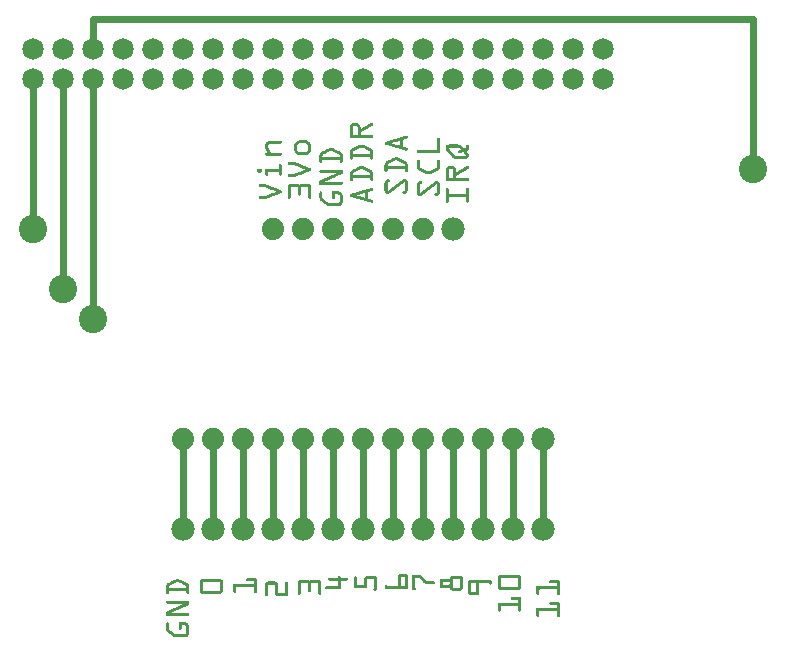
<source format=gtl>
G04 MADE WITH FRITZING*
G04 WWW.FRITZING.ORG*
G04 DOUBLE SIDED*
G04 HOLES PLATED*
G04 CONTOUR ON CENTER OF CONTOUR VECTOR*
%ASAXBY*%
%FSLAX23Y23*%
%MOIN*%
%OFA0B0*%
%SFA1.0B1.0*%
%ADD10C,0.094488*%
%ADD11C,0.071889*%
%ADD12C,0.071917*%
%ADD13C,0.078000*%
%ADD14C,0.074000*%
%ADD15C,0.024000*%
%ADD16R,0.001000X0.001000*%
%LNCOPPER1*%
G90*
G70*
G54D10*
X322Y1481D03*
G54D11*
X322Y1981D03*
X422Y1981D03*
X522Y1981D03*
X622Y1981D03*
G54D12*
X722Y1981D03*
G54D11*
X822Y1981D03*
X922Y1981D03*
X1022Y1981D03*
X1122Y1981D03*
G54D12*
X1222Y1981D03*
G54D11*
X1322Y1981D03*
G54D12*
X1422Y1981D03*
G54D11*
X1522Y1981D03*
X1622Y1981D03*
X1722Y1981D03*
X1822Y1981D03*
G54D12*
X1922Y1981D03*
G54D11*
X2022Y1981D03*
X2122Y1981D03*
X2222Y1981D03*
X2222Y2081D03*
X2122Y2081D03*
X2022Y2081D03*
G54D12*
X1922Y2081D03*
G54D11*
X1822Y2081D03*
X1722Y2081D03*
X1622Y2081D03*
X1522Y2081D03*
G54D12*
X1422Y2081D03*
G54D11*
X1322Y2081D03*
G54D12*
X1222Y2081D03*
G54D11*
X1122Y2081D03*
X1022Y2081D03*
X922Y2081D03*
X822Y2081D03*
G54D12*
X722Y2081D03*
G54D11*
X622Y2081D03*
X522Y2081D03*
X422Y2081D03*
X322Y2081D03*
G54D13*
X2022Y781D03*
X1722Y1481D03*
G54D14*
X1422Y781D03*
X1122Y1481D03*
X1022Y781D03*
X1622Y781D03*
X1222Y781D03*
X822Y781D03*
X1522Y781D03*
X1322Y781D03*
X1122Y781D03*
X922Y781D03*
X1622Y1481D03*
X1222Y1481D03*
X1522Y1481D03*
X1422Y1481D03*
X1322Y1481D03*
X1922Y781D03*
X1822Y781D03*
X1722Y781D03*
G54D13*
X822Y481D03*
X922Y481D03*
X1022Y481D03*
X1122Y481D03*
X1222Y481D03*
X1322Y481D03*
X1422Y481D03*
X1522Y481D03*
X1622Y481D03*
X1722Y481D03*
X1822Y481D03*
X1922Y481D03*
X2022Y481D03*
G54D10*
X422Y1281D03*
X522Y1181D03*
X2722Y1681D03*
G54D15*
X322Y1508D02*
X322Y1947D01*
D02*
X822Y750D02*
X822Y511D01*
D02*
X922Y750D02*
X922Y511D01*
D02*
X1022Y750D02*
X1022Y511D01*
D02*
X1122Y750D02*
X1122Y511D01*
D02*
X1222Y750D02*
X1222Y511D01*
D02*
X1322Y750D02*
X1322Y511D01*
D02*
X1422Y750D02*
X1422Y511D01*
D02*
X1522Y750D02*
X1522Y511D01*
D02*
X1622Y750D02*
X1622Y511D01*
D02*
X1722Y750D02*
X1722Y511D01*
D02*
X1822Y750D02*
X1822Y511D01*
D02*
X1922Y750D02*
X1922Y511D01*
D02*
X2022Y751D02*
X2022Y511D01*
D02*
X422Y1308D02*
X422Y1947D01*
D02*
X522Y1947D02*
X522Y1208D01*
D02*
X2722Y2181D02*
X2722Y1708D01*
D02*
X523Y2114D02*
X523Y2181D01*
D02*
X523Y2181D02*
X2722Y2181D01*
G54D16*
X1389Y1834D02*
X1404Y1834D01*
X1449Y1834D02*
X1454Y1834D01*
X1387Y1833D02*
X1406Y1833D01*
X1447Y1833D02*
X1455Y1833D01*
X1385Y1832D02*
X1407Y1832D01*
X1446Y1832D02*
X1456Y1832D01*
X1384Y1831D02*
X1408Y1831D01*
X1444Y1831D02*
X1456Y1831D01*
X1383Y1830D02*
X1409Y1830D01*
X1442Y1830D02*
X1456Y1830D01*
X1382Y1829D02*
X1410Y1829D01*
X1440Y1829D02*
X1456Y1829D01*
X1382Y1828D02*
X1411Y1828D01*
X1439Y1828D02*
X1456Y1828D01*
X1381Y1827D02*
X1412Y1827D01*
X1437Y1827D02*
X1455Y1827D01*
X1380Y1826D02*
X1412Y1826D01*
X1435Y1826D02*
X1454Y1826D01*
X1380Y1825D02*
X1413Y1825D01*
X1434Y1825D02*
X1453Y1825D01*
X1380Y1824D02*
X1391Y1824D01*
X1402Y1824D02*
X1413Y1824D01*
X1432Y1824D02*
X1451Y1824D01*
X1379Y1823D02*
X1389Y1823D01*
X1403Y1823D02*
X1413Y1823D01*
X1430Y1823D02*
X1449Y1823D01*
X1379Y1822D02*
X1389Y1822D01*
X1404Y1822D02*
X1413Y1822D01*
X1428Y1822D02*
X1448Y1822D01*
X1379Y1821D02*
X1388Y1821D01*
X1404Y1821D02*
X1414Y1821D01*
X1427Y1821D02*
X1446Y1821D01*
X1379Y1820D02*
X1388Y1820D01*
X1405Y1820D02*
X1414Y1820D01*
X1425Y1820D02*
X1444Y1820D01*
X1379Y1819D02*
X1388Y1819D01*
X1405Y1819D02*
X1414Y1819D01*
X1423Y1819D02*
X1443Y1819D01*
X1379Y1818D02*
X1388Y1818D01*
X1405Y1818D02*
X1414Y1818D01*
X1422Y1818D02*
X1441Y1818D01*
X1379Y1817D02*
X1388Y1817D01*
X1405Y1817D02*
X1414Y1817D01*
X1420Y1817D02*
X1439Y1817D01*
X1379Y1816D02*
X1388Y1816D01*
X1405Y1816D02*
X1414Y1816D01*
X1418Y1816D02*
X1437Y1816D01*
X1379Y1815D02*
X1388Y1815D01*
X1405Y1815D02*
X1414Y1815D01*
X1416Y1815D02*
X1436Y1815D01*
X1379Y1814D02*
X1388Y1814D01*
X1405Y1814D02*
X1434Y1814D01*
X1379Y1813D02*
X1388Y1813D01*
X1405Y1813D02*
X1432Y1813D01*
X1379Y1812D02*
X1388Y1812D01*
X1405Y1812D02*
X1431Y1812D01*
X1379Y1811D02*
X1388Y1811D01*
X1405Y1811D02*
X1429Y1811D01*
X1379Y1810D02*
X1388Y1810D01*
X1405Y1810D02*
X1427Y1810D01*
X1379Y1809D02*
X1388Y1809D01*
X1405Y1809D02*
X1425Y1809D01*
X1379Y1808D02*
X1388Y1808D01*
X1405Y1808D02*
X1424Y1808D01*
X1379Y1807D02*
X1388Y1807D01*
X1405Y1807D02*
X1422Y1807D01*
X1379Y1806D02*
X1388Y1806D01*
X1405Y1806D02*
X1420Y1806D01*
X1379Y1805D02*
X1388Y1805D01*
X1405Y1805D02*
X1419Y1805D01*
X1379Y1804D02*
X1388Y1804D01*
X1405Y1804D02*
X1417Y1804D01*
X1379Y1803D02*
X1388Y1803D01*
X1405Y1803D02*
X1415Y1803D01*
X1379Y1802D02*
X1388Y1802D01*
X1405Y1802D02*
X1414Y1802D01*
X1379Y1801D02*
X1388Y1801D01*
X1405Y1801D02*
X1414Y1801D01*
X1379Y1800D02*
X1388Y1800D01*
X1405Y1800D02*
X1414Y1800D01*
X1379Y1799D02*
X1388Y1799D01*
X1405Y1799D02*
X1414Y1799D01*
X1379Y1798D02*
X1388Y1798D01*
X1405Y1798D02*
X1414Y1798D01*
X1379Y1797D02*
X1388Y1797D01*
X1405Y1797D02*
X1414Y1797D01*
X1379Y1796D02*
X1388Y1796D01*
X1405Y1796D02*
X1414Y1796D01*
X1379Y1795D02*
X1452Y1795D01*
X1379Y1794D02*
X1454Y1794D01*
X1379Y1793D02*
X1455Y1793D01*
X1379Y1792D02*
X1456Y1792D01*
X1379Y1791D02*
X1456Y1791D01*
X1564Y1791D02*
X1569Y1791D01*
X1379Y1790D02*
X1456Y1790D01*
X1560Y1790D02*
X1570Y1790D01*
X1379Y1789D02*
X1456Y1789D01*
X1557Y1789D02*
X1571Y1789D01*
X1379Y1788D02*
X1456Y1788D01*
X1553Y1788D02*
X1571Y1788D01*
X1379Y1787D02*
X1455Y1787D01*
X1550Y1787D02*
X1571Y1787D01*
X1379Y1786D02*
X1454Y1786D01*
X1547Y1786D02*
X1571Y1786D01*
X1543Y1785D02*
X1571Y1785D01*
X1673Y1785D02*
X1675Y1785D01*
X1540Y1784D02*
X1570Y1784D01*
X1671Y1784D02*
X1677Y1784D01*
X1536Y1783D02*
X1570Y1783D01*
X1671Y1783D02*
X1678Y1783D01*
X1533Y1782D02*
X1568Y1782D01*
X1670Y1782D02*
X1678Y1782D01*
X1529Y1781D02*
X1564Y1781D01*
X1670Y1781D02*
X1678Y1781D01*
X1526Y1780D02*
X1561Y1780D01*
X1670Y1780D02*
X1679Y1780D01*
X1523Y1779D02*
X1557Y1779D01*
X1670Y1779D02*
X1679Y1779D01*
X1519Y1778D02*
X1555Y1778D01*
X1670Y1778D02*
X1679Y1778D01*
X1516Y1777D02*
X1554Y1777D01*
X1670Y1777D02*
X1679Y1777D01*
X1208Y1776D02*
X1235Y1776D01*
X1512Y1776D02*
X1554Y1776D01*
X1670Y1776D02*
X1679Y1776D01*
X1205Y1775D02*
X1237Y1775D01*
X1509Y1775D02*
X1554Y1775D01*
X1670Y1775D02*
X1679Y1775D01*
X1124Y1774D02*
X1149Y1774D01*
X1203Y1774D02*
X1239Y1774D01*
X1505Y1774D02*
X1540Y1774D01*
X1545Y1774D02*
X1554Y1774D01*
X1670Y1774D02*
X1679Y1774D01*
X1107Y1773D02*
X1151Y1773D01*
X1202Y1773D02*
X1240Y1773D01*
X1502Y1773D02*
X1537Y1773D01*
X1545Y1773D02*
X1554Y1773D01*
X1670Y1773D02*
X1679Y1773D01*
X1104Y1772D02*
X1151Y1772D01*
X1201Y1772D02*
X1241Y1772D01*
X1499Y1772D02*
X1534Y1772D01*
X1545Y1772D02*
X1554Y1772D01*
X1670Y1772D02*
X1679Y1772D01*
X1103Y1771D02*
X1152Y1771D01*
X1200Y1771D02*
X1242Y1771D01*
X1496Y1771D02*
X1530Y1771D01*
X1545Y1771D02*
X1554Y1771D01*
X1670Y1771D02*
X1679Y1771D01*
X1102Y1770D02*
X1152Y1770D01*
X1199Y1770D02*
X1243Y1770D01*
X1495Y1770D02*
X1527Y1770D01*
X1545Y1770D02*
X1554Y1770D01*
X1670Y1770D02*
X1679Y1770D01*
X1100Y1769D02*
X1152Y1769D01*
X1198Y1769D02*
X1244Y1769D01*
X1495Y1769D02*
X1523Y1769D01*
X1545Y1769D02*
X1554Y1769D01*
X1670Y1769D02*
X1679Y1769D01*
X1100Y1768D02*
X1152Y1768D01*
X1197Y1768D02*
X1245Y1768D01*
X1495Y1768D02*
X1520Y1768D01*
X1545Y1768D02*
X1554Y1768D01*
X1670Y1768D02*
X1679Y1768D01*
X1099Y1767D02*
X1151Y1767D01*
X1197Y1767D02*
X1246Y1767D01*
X1494Y1767D02*
X1517Y1767D01*
X1545Y1767D02*
X1554Y1767D01*
X1670Y1767D02*
X1679Y1767D01*
X1098Y1766D02*
X1150Y1766D01*
X1196Y1766D02*
X1209Y1766D01*
X1233Y1766D02*
X1246Y1766D01*
X1495Y1766D02*
X1520Y1766D01*
X1545Y1766D02*
X1554Y1766D01*
X1670Y1766D02*
X1679Y1766D01*
X1098Y1765D02*
X1148Y1765D01*
X1195Y1765D02*
X1207Y1765D01*
X1235Y1765D02*
X1247Y1765D01*
X1495Y1765D02*
X1523Y1765D01*
X1545Y1765D02*
X1554Y1765D01*
X1670Y1765D02*
X1679Y1765D01*
X1097Y1764D02*
X1125Y1764D01*
X1195Y1764D02*
X1206Y1764D01*
X1236Y1764D02*
X1248Y1764D01*
X1495Y1764D02*
X1527Y1764D01*
X1545Y1764D02*
X1554Y1764D01*
X1670Y1764D02*
X1679Y1764D01*
X1097Y1763D02*
X1108Y1763D01*
X1194Y1763D02*
X1205Y1763D01*
X1237Y1763D02*
X1248Y1763D01*
X1496Y1763D02*
X1530Y1763D01*
X1545Y1763D02*
X1554Y1763D01*
X1670Y1763D02*
X1679Y1763D01*
X1710Y1763D02*
X1739Y1763D01*
X1097Y1762D02*
X1107Y1762D01*
X1194Y1762D02*
X1204Y1762D01*
X1238Y1762D02*
X1248Y1762D01*
X1413Y1762D02*
X1422Y1762D01*
X1498Y1762D02*
X1533Y1762D01*
X1545Y1762D02*
X1554Y1762D01*
X1670Y1762D02*
X1679Y1762D01*
X1705Y1762D02*
X1744Y1762D01*
X1768Y1762D02*
X1773Y1762D01*
X1096Y1761D02*
X1106Y1761D01*
X1194Y1761D02*
X1203Y1761D01*
X1239Y1761D02*
X1249Y1761D01*
X1410Y1761D02*
X1425Y1761D01*
X1502Y1761D02*
X1537Y1761D01*
X1545Y1761D02*
X1554Y1761D01*
X1670Y1761D02*
X1679Y1761D01*
X1704Y1761D02*
X1746Y1761D01*
X1767Y1761D02*
X1774Y1761D01*
X1096Y1760D02*
X1106Y1760D01*
X1193Y1760D02*
X1203Y1760D01*
X1239Y1760D02*
X1249Y1760D01*
X1407Y1760D02*
X1428Y1760D01*
X1505Y1760D02*
X1540Y1760D01*
X1545Y1760D02*
X1554Y1760D01*
X1670Y1760D02*
X1679Y1760D01*
X1702Y1760D02*
X1748Y1760D01*
X1766Y1760D02*
X1775Y1760D01*
X1096Y1759D02*
X1105Y1759D01*
X1193Y1759D02*
X1203Y1759D01*
X1240Y1759D02*
X1249Y1759D01*
X1405Y1759D02*
X1430Y1759D01*
X1509Y1759D02*
X1554Y1759D01*
X1670Y1759D02*
X1679Y1759D01*
X1701Y1759D02*
X1750Y1759D01*
X1766Y1759D02*
X1775Y1759D01*
X1096Y1758D02*
X1105Y1758D01*
X1193Y1758D02*
X1202Y1758D01*
X1240Y1758D02*
X1249Y1758D01*
X1403Y1758D02*
X1432Y1758D01*
X1512Y1758D02*
X1554Y1758D01*
X1670Y1758D02*
X1679Y1758D01*
X1701Y1758D02*
X1751Y1758D01*
X1766Y1758D02*
X1775Y1758D01*
X1096Y1757D02*
X1105Y1757D01*
X1193Y1757D02*
X1202Y1757D01*
X1240Y1757D02*
X1249Y1757D01*
X1401Y1757D02*
X1434Y1757D01*
X1516Y1757D02*
X1554Y1757D01*
X1670Y1757D02*
X1679Y1757D01*
X1700Y1757D02*
X1752Y1757D01*
X1766Y1757D02*
X1775Y1757D01*
X1096Y1756D02*
X1105Y1756D01*
X1193Y1756D02*
X1202Y1756D01*
X1240Y1756D02*
X1249Y1756D01*
X1399Y1756D02*
X1436Y1756D01*
X1519Y1756D02*
X1555Y1756D01*
X1670Y1756D02*
X1679Y1756D01*
X1699Y1756D02*
X1753Y1756D01*
X1766Y1756D02*
X1775Y1756D01*
X1096Y1755D02*
X1105Y1755D01*
X1193Y1755D02*
X1202Y1755D01*
X1240Y1755D02*
X1249Y1755D01*
X1398Y1755D02*
X1438Y1755D01*
X1522Y1755D02*
X1557Y1755D01*
X1670Y1755D02*
X1679Y1755D01*
X1699Y1755D02*
X1754Y1755D01*
X1766Y1755D02*
X1775Y1755D01*
X1096Y1754D02*
X1105Y1754D01*
X1193Y1754D02*
X1202Y1754D01*
X1240Y1754D02*
X1249Y1754D01*
X1396Y1754D02*
X1440Y1754D01*
X1526Y1754D02*
X1561Y1754D01*
X1670Y1754D02*
X1679Y1754D01*
X1699Y1754D02*
X1755Y1754D01*
X1766Y1754D02*
X1775Y1754D01*
X1096Y1753D02*
X1105Y1753D01*
X1193Y1753D02*
X1202Y1753D01*
X1240Y1753D02*
X1249Y1753D01*
X1394Y1753D02*
X1442Y1753D01*
X1529Y1753D02*
X1564Y1753D01*
X1670Y1753D02*
X1679Y1753D01*
X1698Y1753D02*
X1756Y1753D01*
X1766Y1753D02*
X1775Y1753D01*
X1096Y1752D02*
X1105Y1752D01*
X1193Y1752D02*
X1202Y1752D01*
X1240Y1752D02*
X1249Y1752D01*
X1392Y1752D02*
X1414Y1752D01*
X1421Y1752D02*
X1444Y1752D01*
X1533Y1752D02*
X1568Y1752D01*
X1670Y1752D02*
X1679Y1752D01*
X1698Y1752D02*
X1708Y1752D01*
X1743Y1752D02*
X1756Y1752D01*
X1766Y1752D02*
X1775Y1752D01*
X1096Y1751D02*
X1106Y1751D01*
X1193Y1751D02*
X1202Y1751D01*
X1240Y1751D02*
X1249Y1751D01*
X1390Y1751D02*
X1411Y1751D01*
X1424Y1751D02*
X1446Y1751D01*
X1536Y1751D02*
X1569Y1751D01*
X1670Y1751D02*
X1679Y1751D01*
X1698Y1751D02*
X1707Y1751D01*
X1744Y1751D02*
X1757Y1751D01*
X1765Y1751D02*
X1775Y1751D01*
X1096Y1750D02*
X1106Y1750D01*
X1193Y1750D02*
X1202Y1750D01*
X1240Y1750D02*
X1249Y1750D01*
X1310Y1750D02*
X1321Y1750D01*
X1388Y1750D02*
X1409Y1750D01*
X1426Y1750D02*
X1448Y1750D01*
X1539Y1750D02*
X1570Y1750D01*
X1670Y1750D02*
X1679Y1750D01*
X1698Y1750D02*
X1707Y1750D01*
X1746Y1750D02*
X1758Y1750D01*
X1762Y1750D02*
X1775Y1750D01*
X1097Y1749D02*
X1107Y1749D01*
X1193Y1749D02*
X1202Y1749D01*
X1240Y1749D02*
X1249Y1749D01*
X1308Y1749D02*
X1324Y1749D01*
X1386Y1749D02*
X1407Y1749D01*
X1428Y1749D02*
X1450Y1749D01*
X1543Y1749D02*
X1571Y1749D01*
X1670Y1749D02*
X1679Y1749D01*
X1698Y1749D02*
X1708Y1749D01*
X1747Y1749D02*
X1775Y1749D01*
X1097Y1748D02*
X1108Y1748D01*
X1193Y1748D02*
X1202Y1748D01*
X1240Y1748D02*
X1249Y1748D01*
X1305Y1748D02*
X1326Y1748D01*
X1385Y1748D02*
X1405Y1748D01*
X1430Y1748D02*
X1451Y1748D01*
X1546Y1748D02*
X1571Y1748D01*
X1670Y1748D02*
X1679Y1748D01*
X1698Y1748D02*
X1709Y1748D01*
X1747Y1748D02*
X1775Y1748D01*
X1097Y1747D02*
X1108Y1747D01*
X1193Y1747D02*
X1202Y1747D01*
X1240Y1747D02*
X1249Y1747D01*
X1303Y1747D02*
X1328Y1747D01*
X1384Y1747D02*
X1403Y1747D01*
X1432Y1747D02*
X1452Y1747D01*
X1550Y1747D02*
X1571Y1747D01*
X1670Y1747D02*
X1679Y1747D01*
X1699Y1747D02*
X1710Y1747D01*
X1748Y1747D02*
X1775Y1747D01*
X1098Y1746D02*
X1109Y1746D01*
X1193Y1746D02*
X1202Y1746D01*
X1240Y1746D02*
X1249Y1746D01*
X1301Y1746D02*
X1330Y1746D01*
X1383Y1746D02*
X1401Y1746D01*
X1434Y1746D02*
X1453Y1746D01*
X1553Y1746D02*
X1571Y1746D01*
X1670Y1746D02*
X1679Y1746D01*
X1699Y1746D02*
X1711Y1746D01*
X1749Y1746D02*
X1775Y1746D01*
X1098Y1745D02*
X1109Y1745D01*
X1193Y1745D02*
X1202Y1745D01*
X1240Y1745D02*
X1249Y1745D01*
X1299Y1745D02*
X1332Y1745D01*
X1382Y1745D02*
X1399Y1745D01*
X1436Y1745D02*
X1454Y1745D01*
X1557Y1745D02*
X1571Y1745D01*
X1605Y1745D02*
X1679Y1745D01*
X1699Y1745D02*
X1711Y1745D01*
X1749Y1745D02*
X1775Y1745D01*
X1099Y1744D02*
X1110Y1744D01*
X1193Y1744D02*
X1202Y1744D01*
X1240Y1744D02*
X1249Y1744D01*
X1297Y1744D02*
X1334Y1744D01*
X1381Y1744D02*
X1397Y1744D01*
X1438Y1744D02*
X1454Y1744D01*
X1560Y1744D02*
X1570Y1744D01*
X1603Y1744D02*
X1679Y1744D01*
X1700Y1744D02*
X1712Y1744D01*
X1747Y1744D02*
X1774Y1744D01*
X1100Y1743D02*
X1111Y1743D01*
X1193Y1743D02*
X1203Y1743D01*
X1239Y1743D02*
X1249Y1743D01*
X1295Y1743D02*
X1336Y1743D01*
X1381Y1743D02*
X1395Y1743D01*
X1440Y1743D02*
X1455Y1743D01*
X1563Y1743D02*
X1569Y1743D01*
X1602Y1743D02*
X1679Y1743D01*
X1701Y1743D02*
X1713Y1743D01*
X1744Y1743D02*
X1771Y1743D01*
X1100Y1742D02*
X1111Y1742D01*
X1194Y1742D02*
X1203Y1742D01*
X1239Y1742D02*
X1249Y1742D01*
X1293Y1742D02*
X1338Y1742D01*
X1380Y1742D02*
X1393Y1742D01*
X1442Y1742D02*
X1455Y1742D01*
X1567Y1742D02*
X1567Y1742D01*
X1602Y1742D02*
X1679Y1742D01*
X1702Y1742D02*
X1714Y1742D01*
X1743Y1742D02*
X1769Y1742D01*
X1101Y1741D02*
X1112Y1741D01*
X1194Y1741D02*
X1204Y1741D01*
X1238Y1741D02*
X1248Y1741D01*
X1291Y1741D02*
X1340Y1741D01*
X1380Y1741D02*
X1391Y1741D01*
X1444Y1741D02*
X1455Y1741D01*
X1602Y1741D02*
X1679Y1741D01*
X1703Y1741D02*
X1715Y1741D01*
X1741Y1741D02*
X1766Y1741D01*
X1102Y1740D02*
X1113Y1740D01*
X1194Y1740D02*
X1205Y1740D01*
X1237Y1740D02*
X1248Y1740D01*
X1289Y1740D02*
X1311Y1740D01*
X1320Y1740D02*
X1342Y1740D01*
X1380Y1740D02*
X1390Y1740D01*
X1445Y1740D02*
X1456Y1740D01*
X1602Y1740D02*
X1679Y1740D01*
X1703Y1740D02*
X1716Y1740D01*
X1741Y1740D02*
X1766Y1740D01*
X1102Y1739D02*
X1113Y1739D01*
X1195Y1739D02*
X1206Y1739D01*
X1236Y1739D02*
X1248Y1739D01*
X1287Y1739D02*
X1309Y1739D01*
X1323Y1739D02*
X1344Y1739D01*
X1379Y1739D02*
X1389Y1739D01*
X1446Y1739D02*
X1456Y1739D01*
X1602Y1739D02*
X1679Y1739D01*
X1704Y1739D02*
X1716Y1739D01*
X1741Y1739D02*
X1767Y1739D01*
X1103Y1738D02*
X1114Y1738D01*
X1195Y1738D02*
X1207Y1738D01*
X1235Y1738D02*
X1247Y1738D01*
X1285Y1738D02*
X1307Y1738D01*
X1325Y1738D02*
X1346Y1738D01*
X1379Y1738D02*
X1388Y1738D01*
X1447Y1738D02*
X1456Y1738D01*
X1602Y1738D02*
X1679Y1738D01*
X1705Y1738D02*
X1717Y1738D01*
X1740Y1738D02*
X1768Y1738D01*
X1104Y1737D02*
X1115Y1737D01*
X1196Y1737D02*
X1209Y1737D01*
X1234Y1737D02*
X1246Y1737D01*
X1284Y1737D02*
X1305Y1737D01*
X1327Y1737D02*
X1348Y1737D01*
X1379Y1737D02*
X1388Y1737D01*
X1447Y1737D02*
X1456Y1737D01*
X1603Y1737D02*
X1679Y1737D01*
X1706Y1737D02*
X1718Y1737D01*
X1741Y1737D02*
X1769Y1737D01*
X1104Y1736D02*
X1115Y1736D01*
X1196Y1736D02*
X1246Y1736D01*
X1283Y1736D02*
X1303Y1736D01*
X1329Y1736D02*
X1349Y1736D01*
X1379Y1736D02*
X1388Y1736D01*
X1447Y1736D02*
X1456Y1736D01*
X1604Y1736D02*
X1679Y1736D01*
X1707Y1736D02*
X1719Y1736D01*
X1741Y1736D02*
X1753Y1736D01*
X1758Y1736D02*
X1770Y1736D01*
X1100Y1735D02*
X1148Y1735D01*
X1197Y1735D02*
X1245Y1735D01*
X1282Y1735D02*
X1301Y1735D01*
X1331Y1735D02*
X1350Y1735D01*
X1379Y1735D02*
X1388Y1735D01*
X1447Y1735D02*
X1456Y1735D01*
X1708Y1735D02*
X1720Y1735D01*
X1742Y1735D02*
X1751Y1735D01*
X1758Y1735D02*
X1771Y1735D01*
X1098Y1734D02*
X1150Y1734D01*
X1198Y1734D02*
X1244Y1734D01*
X1281Y1734D02*
X1299Y1734D01*
X1333Y1734D02*
X1351Y1734D01*
X1379Y1734D02*
X1388Y1734D01*
X1447Y1734D02*
X1456Y1734D01*
X1708Y1734D02*
X1721Y1734D01*
X1743Y1734D02*
X1748Y1734D01*
X1759Y1734D02*
X1771Y1734D01*
X1097Y1733D02*
X1151Y1733D01*
X1199Y1733D02*
X1243Y1733D01*
X1280Y1733D02*
X1297Y1733D01*
X1335Y1733D02*
X1352Y1733D01*
X1379Y1733D02*
X1388Y1733D01*
X1447Y1733D02*
X1456Y1733D01*
X1709Y1733D02*
X1721Y1733D01*
X1760Y1733D02*
X1772Y1733D01*
X1097Y1732D02*
X1152Y1732D01*
X1200Y1732D02*
X1243Y1732D01*
X1279Y1732D02*
X1295Y1732D01*
X1337Y1732D02*
X1352Y1732D01*
X1379Y1732D02*
X1456Y1732D01*
X1710Y1732D02*
X1722Y1732D01*
X1761Y1732D02*
X1773Y1732D01*
X1096Y1731D02*
X1152Y1731D01*
X1201Y1731D02*
X1242Y1731D01*
X1279Y1731D02*
X1293Y1731D01*
X1338Y1731D02*
X1353Y1731D01*
X1379Y1731D02*
X1456Y1731D01*
X1711Y1731D02*
X1723Y1731D01*
X1762Y1731D02*
X1774Y1731D01*
X1096Y1730D02*
X1152Y1730D01*
X1202Y1730D02*
X1240Y1730D01*
X1278Y1730D02*
X1291Y1730D01*
X1340Y1730D02*
X1353Y1730D01*
X1379Y1730D02*
X1456Y1730D01*
X1712Y1730D02*
X1724Y1730D01*
X1763Y1730D02*
X1774Y1730D01*
X1096Y1729D02*
X1152Y1729D01*
X1203Y1729D02*
X1239Y1729D01*
X1278Y1729D02*
X1289Y1729D01*
X1342Y1729D02*
X1354Y1729D01*
X1379Y1729D02*
X1456Y1729D01*
X1713Y1729D02*
X1725Y1729D01*
X1764Y1729D02*
X1774Y1729D01*
X1097Y1728D02*
X1151Y1728D01*
X1205Y1728D02*
X1237Y1728D01*
X1278Y1728D02*
X1288Y1728D01*
X1344Y1728D02*
X1354Y1728D01*
X1379Y1728D02*
X1456Y1728D01*
X1713Y1728D02*
X1726Y1728D01*
X1764Y1728D02*
X1775Y1728D01*
X1097Y1727D02*
X1151Y1727D01*
X1208Y1727D02*
X1235Y1727D01*
X1278Y1727D02*
X1287Y1727D01*
X1345Y1727D02*
X1354Y1727D01*
X1379Y1727D02*
X1456Y1727D01*
X1714Y1727D02*
X1727Y1727D01*
X1765Y1727D02*
X1775Y1727D01*
X1098Y1726D02*
X1150Y1726D01*
X1277Y1726D02*
X1287Y1726D01*
X1345Y1726D02*
X1354Y1726D01*
X1379Y1726D02*
X1456Y1726D01*
X1715Y1726D02*
X1728Y1726D01*
X1766Y1726D02*
X1775Y1726D01*
X1277Y1725D02*
X1286Y1725D01*
X1345Y1725D02*
X1354Y1725D01*
X1379Y1725D02*
X1456Y1725D01*
X1716Y1725D02*
X1729Y1725D01*
X1766Y1725D02*
X1775Y1725D01*
X1277Y1724D02*
X1286Y1724D01*
X1345Y1724D02*
X1354Y1724D01*
X1379Y1724D02*
X1456Y1724D01*
X1717Y1724D02*
X1731Y1724D01*
X1765Y1724D02*
X1775Y1724D01*
X1277Y1723D02*
X1286Y1723D01*
X1345Y1723D02*
X1354Y1723D01*
X1379Y1723D02*
X1456Y1723D01*
X1718Y1723D02*
X1775Y1723D01*
X1277Y1722D02*
X1286Y1722D01*
X1345Y1722D02*
X1354Y1722D01*
X1379Y1722D02*
X1388Y1722D01*
X1447Y1722D02*
X1456Y1722D01*
X1719Y1722D02*
X1774Y1722D01*
X1277Y1721D02*
X1354Y1721D01*
X1379Y1721D02*
X1388Y1721D01*
X1447Y1721D02*
X1456Y1721D01*
X1719Y1721D02*
X1774Y1721D01*
X1277Y1720D02*
X1354Y1720D01*
X1379Y1720D02*
X1388Y1720D01*
X1447Y1720D02*
X1456Y1720D01*
X1720Y1720D02*
X1774Y1720D01*
X1277Y1719D02*
X1354Y1719D01*
X1379Y1719D02*
X1388Y1719D01*
X1447Y1719D02*
X1456Y1719D01*
X1528Y1719D02*
X1538Y1719D01*
X1721Y1719D02*
X1773Y1719D01*
X1277Y1718D02*
X1354Y1718D01*
X1379Y1718D02*
X1388Y1718D01*
X1447Y1718D02*
X1456Y1718D01*
X1525Y1718D02*
X1541Y1718D01*
X1722Y1718D02*
X1772Y1718D01*
X1277Y1717D02*
X1354Y1717D01*
X1379Y1717D02*
X1388Y1717D01*
X1447Y1717D02*
X1456Y1717D01*
X1523Y1717D02*
X1543Y1717D01*
X1724Y1717D02*
X1772Y1717D01*
X1277Y1716D02*
X1354Y1716D01*
X1379Y1716D02*
X1388Y1716D01*
X1447Y1716D02*
X1456Y1716D01*
X1521Y1716D02*
X1545Y1716D01*
X1725Y1716D02*
X1770Y1716D01*
X1277Y1715D02*
X1354Y1715D01*
X1380Y1715D02*
X1387Y1715D01*
X1448Y1715D02*
X1455Y1715D01*
X1519Y1715D02*
X1547Y1715D01*
X1727Y1715D02*
X1769Y1715D01*
X1277Y1714D02*
X1354Y1714D01*
X1381Y1714D02*
X1386Y1714D01*
X1449Y1714D02*
X1454Y1714D01*
X1517Y1714D02*
X1549Y1714D01*
X1730Y1714D02*
X1767Y1714D01*
X1277Y1713D02*
X1354Y1713D01*
X1383Y1713D02*
X1384Y1713D01*
X1451Y1713D02*
X1452Y1713D01*
X1515Y1713D02*
X1551Y1713D01*
X1277Y1712D02*
X1354Y1712D01*
X1513Y1712D02*
X1553Y1712D01*
X1604Y1712D02*
X1608Y1712D01*
X1672Y1712D02*
X1676Y1712D01*
X1277Y1711D02*
X1354Y1711D01*
X1511Y1711D02*
X1555Y1711D01*
X1603Y1711D02*
X1610Y1711D01*
X1671Y1711D02*
X1677Y1711D01*
X1277Y1710D02*
X1286Y1710D01*
X1345Y1710D02*
X1354Y1710D01*
X1509Y1710D02*
X1557Y1710D01*
X1602Y1710D02*
X1610Y1710D01*
X1670Y1710D02*
X1678Y1710D01*
X1277Y1709D02*
X1286Y1709D01*
X1345Y1709D02*
X1354Y1709D01*
X1507Y1709D02*
X1529Y1709D01*
X1537Y1709D02*
X1559Y1709D01*
X1602Y1709D02*
X1611Y1709D01*
X1670Y1709D02*
X1678Y1709D01*
X1277Y1708D02*
X1286Y1708D01*
X1345Y1708D02*
X1354Y1708D01*
X1505Y1708D02*
X1526Y1708D01*
X1539Y1708D02*
X1561Y1708D01*
X1602Y1708D02*
X1611Y1708D01*
X1670Y1708D02*
X1679Y1708D01*
X1277Y1707D02*
X1286Y1707D01*
X1345Y1707D02*
X1354Y1707D01*
X1503Y1707D02*
X1524Y1707D01*
X1541Y1707D02*
X1563Y1707D01*
X1602Y1707D02*
X1611Y1707D01*
X1670Y1707D02*
X1679Y1707D01*
X1277Y1706D02*
X1286Y1706D01*
X1345Y1706D02*
X1354Y1706D01*
X1501Y1706D02*
X1522Y1706D01*
X1543Y1706D02*
X1565Y1706D01*
X1602Y1706D02*
X1611Y1706D01*
X1670Y1706D02*
X1679Y1706D01*
X1277Y1705D02*
X1286Y1705D01*
X1345Y1705D02*
X1354Y1705D01*
X1500Y1705D02*
X1520Y1705D01*
X1545Y1705D02*
X1566Y1705D01*
X1602Y1705D02*
X1611Y1705D01*
X1670Y1705D02*
X1679Y1705D01*
X1177Y1704D02*
X1194Y1704D01*
X1278Y1704D02*
X1286Y1704D01*
X1346Y1704D02*
X1354Y1704D01*
X1499Y1704D02*
X1518Y1704D01*
X1547Y1704D02*
X1567Y1704D01*
X1602Y1704D02*
X1611Y1704D01*
X1670Y1704D02*
X1679Y1704D01*
X1174Y1703D02*
X1197Y1703D01*
X1278Y1703D02*
X1285Y1703D01*
X1346Y1703D02*
X1353Y1703D01*
X1498Y1703D02*
X1516Y1703D01*
X1549Y1703D02*
X1568Y1703D01*
X1602Y1703D02*
X1611Y1703D01*
X1670Y1703D02*
X1679Y1703D01*
X1173Y1702D02*
X1199Y1702D01*
X1280Y1702D02*
X1284Y1702D01*
X1347Y1702D02*
X1352Y1702D01*
X1497Y1702D02*
X1514Y1702D01*
X1551Y1702D02*
X1569Y1702D01*
X1602Y1702D02*
X1611Y1702D01*
X1670Y1702D02*
X1679Y1702D01*
X1172Y1701D02*
X1202Y1701D01*
X1497Y1701D02*
X1513Y1701D01*
X1553Y1701D02*
X1569Y1701D01*
X1602Y1701D02*
X1611Y1701D01*
X1670Y1701D02*
X1679Y1701D01*
X1172Y1700D02*
X1205Y1700D01*
X1496Y1700D02*
X1511Y1700D01*
X1555Y1700D02*
X1570Y1700D01*
X1602Y1700D02*
X1611Y1700D01*
X1670Y1700D02*
X1679Y1700D01*
X1172Y1699D02*
X1207Y1699D01*
X1496Y1699D02*
X1509Y1699D01*
X1557Y1699D02*
X1570Y1699D01*
X1602Y1699D02*
X1611Y1699D01*
X1670Y1699D02*
X1679Y1699D01*
X1172Y1698D02*
X1210Y1698D01*
X1495Y1698D02*
X1507Y1698D01*
X1559Y1698D02*
X1571Y1698D01*
X1602Y1698D02*
X1611Y1698D01*
X1670Y1698D02*
X1679Y1698D01*
X1146Y1697D02*
X1149Y1697D01*
X1172Y1697D02*
X1212Y1697D01*
X1495Y1697D02*
X1505Y1697D01*
X1561Y1697D02*
X1571Y1697D01*
X1602Y1697D02*
X1611Y1697D01*
X1670Y1697D02*
X1679Y1697D01*
X1144Y1696D02*
X1150Y1696D01*
X1173Y1696D02*
X1215Y1696D01*
X1495Y1696D02*
X1504Y1696D01*
X1562Y1696D02*
X1571Y1696D01*
X1602Y1696D02*
X1611Y1696D01*
X1670Y1696D02*
X1679Y1696D01*
X1144Y1695D02*
X1151Y1695D01*
X1174Y1695D02*
X1217Y1695D01*
X1495Y1695D02*
X1504Y1695D01*
X1562Y1695D02*
X1571Y1695D01*
X1602Y1695D02*
X1611Y1695D01*
X1670Y1695D02*
X1679Y1695D01*
X1143Y1694D02*
X1152Y1694D01*
X1177Y1694D02*
X1220Y1694D01*
X1494Y1694D02*
X1504Y1694D01*
X1562Y1694D02*
X1571Y1694D01*
X1602Y1694D02*
X1611Y1694D01*
X1670Y1694D02*
X1679Y1694D01*
X1143Y1693D02*
X1152Y1693D01*
X1196Y1693D02*
X1222Y1693D01*
X1494Y1693D02*
X1504Y1693D01*
X1562Y1693D02*
X1571Y1693D01*
X1602Y1693D02*
X1611Y1693D01*
X1670Y1693D02*
X1679Y1693D01*
X1143Y1692D02*
X1152Y1692D01*
X1198Y1692D02*
X1225Y1692D01*
X1494Y1692D02*
X1504Y1692D01*
X1562Y1692D02*
X1571Y1692D01*
X1602Y1692D02*
X1611Y1692D01*
X1670Y1692D02*
X1679Y1692D01*
X1143Y1691D02*
X1152Y1691D01*
X1201Y1691D02*
X1228Y1691D01*
X1494Y1691D02*
X1504Y1691D01*
X1562Y1691D02*
X1571Y1691D01*
X1602Y1691D02*
X1611Y1691D01*
X1670Y1691D02*
X1679Y1691D01*
X1143Y1690D02*
X1152Y1690D01*
X1203Y1690D02*
X1230Y1690D01*
X1414Y1690D02*
X1421Y1690D01*
X1494Y1690D02*
X1504Y1690D01*
X1562Y1690D02*
X1571Y1690D01*
X1602Y1690D02*
X1611Y1690D01*
X1670Y1690D02*
X1679Y1690D01*
X1709Y1690D02*
X1722Y1690D01*
X1768Y1690D02*
X1772Y1690D01*
X1143Y1689D02*
X1152Y1689D01*
X1206Y1689D02*
X1233Y1689D01*
X1411Y1689D02*
X1425Y1689D01*
X1494Y1689D02*
X1571Y1689D01*
X1602Y1689D02*
X1611Y1689D01*
X1670Y1689D02*
X1679Y1689D01*
X1706Y1689D02*
X1724Y1689D01*
X1767Y1689D02*
X1774Y1689D01*
X1143Y1688D02*
X1152Y1688D01*
X1208Y1688D02*
X1235Y1688D01*
X1408Y1688D02*
X1427Y1688D01*
X1494Y1688D02*
X1571Y1688D01*
X1602Y1688D02*
X1611Y1688D01*
X1669Y1688D02*
X1679Y1688D01*
X1705Y1688D02*
X1726Y1688D01*
X1765Y1688D02*
X1774Y1688D01*
X1143Y1687D02*
X1152Y1687D01*
X1211Y1687D02*
X1238Y1687D01*
X1406Y1687D02*
X1429Y1687D01*
X1494Y1687D02*
X1571Y1687D01*
X1602Y1687D02*
X1611Y1687D01*
X1669Y1687D02*
X1678Y1687D01*
X1703Y1687D02*
X1727Y1687D01*
X1763Y1687D02*
X1775Y1687D01*
X1143Y1686D02*
X1152Y1686D01*
X1214Y1686D02*
X1240Y1686D01*
X1404Y1686D02*
X1431Y1686D01*
X1494Y1686D02*
X1571Y1686D01*
X1602Y1686D02*
X1612Y1686D01*
X1668Y1686D02*
X1678Y1686D01*
X1702Y1686D02*
X1728Y1686D01*
X1761Y1686D02*
X1775Y1686D01*
X1143Y1685D02*
X1152Y1685D01*
X1216Y1685D02*
X1243Y1685D01*
X1402Y1685D02*
X1433Y1685D01*
X1494Y1685D02*
X1571Y1685D01*
X1602Y1685D02*
X1613Y1685D01*
X1667Y1685D02*
X1678Y1685D01*
X1701Y1685D02*
X1729Y1685D01*
X1760Y1685D02*
X1775Y1685D01*
X1143Y1684D02*
X1152Y1684D01*
X1219Y1684D02*
X1246Y1684D01*
X1400Y1684D02*
X1435Y1684D01*
X1494Y1684D02*
X1571Y1684D01*
X1603Y1684D02*
X1615Y1684D01*
X1665Y1684D02*
X1678Y1684D01*
X1701Y1684D02*
X1730Y1684D01*
X1758Y1684D02*
X1775Y1684D01*
X1143Y1683D02*
X1152Y1683D01*
X1221Y1683D02*
X1247Y1683D01*
X1398Y1683D02*
X1437Y1683D01*
X1494Y1683D02*
X1571Y1683D01*
X1603Y1683D02*
X1617Y1683D01*
X1663Y1683D02*
X1677Y1683D01*
X1700Y1683D02*
X1731Y1683D01*
X1756Y1683D02*
X1774Y1683D01*
X1073Y1682D02*
X1081Y1682D01*
X1099Y1682D02*
X1152Y1682D01*
X1224Y1682D02*
X1248Y1682D01*
X1396Y1682D02*
X1439Y1682D01*
X1494Y1682D02*
X1571Y1682D01*
X1603Y1682D02*
X1619Y1682D01*
X1661Y1682D02*
X1677Y1682D01*
X1700Y1682D02*
X1731Y1682D01*
X1755Y1682D02*
X1773Y1682D01*
X1072Y1681D02*
X1083Y1681D01*
X1098Y1681D02*
X1152Y1681D01*
X1226Y1681D02*
X1249Y1681D01*
X1394Y1681D02*
X1441Y1681D01*
X1494Y1681D02*
X1571Y1681D01*
X1604Y1681D02*
X1621Y1681D01*
X1659Y1681D02*
X1676Y1681D01*
X1699Y1681D02*
X1732Y1681D01*
X1753Y1681D02*
X1772Y1681D01*
X1071Y1680D02*
X1083Y1680D01*
X1097Y1680D02*
X1152Y1680D01*
X1229Y1680D02*
X1249Y1680D01*
X1392Y1680D02*
X1415Y1680D01*
X1420Y1680D02*
X1443Y1680D01*
X1494Y1680D02*
X1571Y1680D01*
X1605Y1680D02*
X1623Y1680D01*
X1657Y1680D02*
X1675Y1680D01*
X1699Y1680D02*
X1710Y1680D01*
X1721Y1680D02*
X1732Y1680D01*
X1751Y1680D02*
X1770Y1680D01*
X1071Y1679D02*
X1084Y1679D01*
X1096Y1679D02*
X1152Y1679D01*
X1230Y1679D02*
X1249Y1679D01*
X1390Y1679D02*
X1412Y1679D01*
X1423Y1679D02*
X1445Y1679D01*
X1494Y1679D02*
X1504Y1679D01*
X1562Y1679D02*
X1571Y1679D01*
X1605Y1679D02*
X1625Y1679D01*
X1655Y1679D02*
X1674Y1679D01*
X1698Y1679D02*
X1709Y1679D01*
X1722Y1679D02*
X1732Y1679D01*
X1749Y1679D02*
X1769Y1679D01*
X1071Y1678D02*
X1084Y1678D01*
X1096Y1678D02*
X1152Y1678D01*
X1228Y1678D02*
X1249Y1678D01*
X1280Y1678D02*
X1354Y1678D01*
X1388Y1678D02*
X1410Y1678D01*
X1426Y1678D02*
X1447Y1678D01*
X1494Y1678D02*
X1504Y1678D01*
X1562Y1678D02*
X1571Y1678D01*
X1606Y1678D02*
X1627Y1678D01*
X1653Y1678D02*
X1673Y1678D01*
X1698Y1678D02*
X1708Y1678D01*
X1723Y1678D02*
X1732Y1678D01*
X1748Y1678D02*
X1767Y1678D01*
X1071Y1677D02*
X1084Y1677D01*
X1096Y1677D02*
X1152Y1677D01*
X1225Y1677D02*
X1249Y1677D01*
X1279Y1677D02*
X1354Y1677D01*
X1386Y1677D02*
X1408Y1677D01*
X1428Y1677D02*
X1449Y1677D01*
X1494Y1677D02*
X1504Y1677D01*
X1562Y1677D02*
X1571Y1677D01*
X1608Y1677D02*
X1629Y1677D01*
X1651Y1677D02*
X1672Y1677D01*
X1698Y1677D02*
X1707Y1677D01*
X1723Y1677D02*
X1733Y1677D01*
X1746Y1677D02*
X1765Y1677D01*
X1071Y1676D02*
X1084Y1676D01*
X1096Y1676D02*
X1152Y1676D01*
X1223Y1676D02*
X1248Y1676D01*
X1278Y1676D02*
X1354Y1676D01*
X1385Y1676D02*
X1406Y1676D01*
X1430Y1676D02*
X1451Y1676D01*
X1494Y1676D02*
X1504Y1676D01*
X1562Y1676D02*
X1571Y1676D01*
X1609Y1676D02*
X1631Y1676D01*
X1649Y1676D02*
X1671Y1676D01*
X1698Y1676D02*
X1707Y1676D01*
X1723Y1676D02*
X1733Y1676D01*
X1744Y1676D02*
X1764Y1676D01*
X1071Y1675D02*
X1084Y1675D01*
X1096Y1675D02*
X1152Y1675D01*
X1220Y1675D02*
X1247Y1675D01*
X1278Y1675D02*
X1354Y1675D01*
X1384Y1675D02*
X1404Y1675D01*
X1431Y1675D02*
X1452Y1675D01*
X1494Y1675D02*
X1503Y1675D01*
X1562Y1675D02*
X1571Y1675D01*
X1611Y1675D02*
X1633Y1675D01*
X1647Y1675D02*
X1669Y1675D01*
X1698Y1675D02*
X1707Y1675D01*
X1724Y1675D02*
X1733Y1675D01*
X1743Y1675D02*
X1762Y1675D01*
X1071Y1674D02*
X1084Y1674D01*
X1096Y1674D02*
X1152Y1674D01*
X1218Y1674D02*
X1245Y1674D01*
X1277Y1674D02*
X1354Y1674D01*
X1383Y1674D02*
X1402Y1674D01*
X1433Y1674D02*
X1453Y1674D01*
X1495Y1674D02*
X1503Y1674D01*
X1562Y1674D02*
X1571Y1674D01*
X1613Y1674D02*
X1635Y1674D01*
X1645Y1674D02*
X1667Y1674D01*
X1698Y1674D02*
X1707Y1674D01*
X1724Y1674D02*
X1733Y1674D01*
X1741Y1674D02*
X1760Y1674D01*
X1071Y1673D02*
X1084Y1673D01*
X1096Y1673D02*
X1152Y1673D01*
X1215Y1673D02*
X1242Y1673D01*
X1277Y1673D02*
X1354Y1673D01*
X1382Y1673D02*
X1400Y1673D01*
X1435Y1673D02*
X1453Y1673D01*
X1495Y1673D02*
X1503Y1673D01*
X1563Y1673D02*
X1571Y1673D01*
X1615Y1673D02*
X1665Y1673D01*
X1698Y1673D02*
X1707Y1673D01*
X1724Y1673D02*
X1733Y1673D01*
X1739Y1673D02*
X1758Y1673D01*
X1071Y1672D02*
X1084Y1672D01*
X1096Y1672D02*
X1105Y1672D01*
X1143Y1672D02*
X1152Y1672D01*
X1213Y1672D02*
X1240Y1672D01*
X1278Y1672D02*
X1354Y1672D01*
X1381Y1672D02*
X1398Y1672D01*
X1437Y1672D02*
X1454Y1672D01*
X1495Y1672D02*
X1502Y1672D01*
X1563Y1672D02*
X1570Y1672D01*
X1617Y1672D02*
X1663Y1672D01*
X1698Y1672D02*
X1707Y1672D01*
X1724Y1672D02*
X1733Y1672D01*
X1737Y1672D02*
X1757Y1672D01*
X1071Y1671D02*
X1084Y1671D01*
X1096Y1671D02*
X1105Y1671D01*
X1143Y1671D02*
X1152Y1671D01*
X1210Y1671D02*
X1237Y1671D01*
X1278Y1671D02*
X1354Y1671D01*
X1381Y1671D02*
X1396Y1671D01*
X1439Y1671D02*
X1454Y1671D01*
X1496Y1671D02*
X1502Y1671D01*
X1564Y1671D02*
X1569Y1671D01*
X1619Y1671D02*
X1661Y1671D01*
X1698Y1671D02*
X1707Y1671D01*
X1724Y1671D02*
X1733Y1671D01*
X1736Y1671D02*
X1755Y1671D01*
X1072Y1670D02*
X1083Y1670D01*
X1096Y1670D02*
X1105Y1670D01*
X1143Y1670D02*
X1152Y1670D01*
X1207Y1670D02*
X1235Y1670D01*
X1279Y1670D02*
X1354Y1670D01*
X1380Y1670D02*
X1394Y1670D01*
X1441Y1670D02*
X1455Y1670D01*
X1499Y1670D02*
X1499Y1670D01*
X1567Y1670D02*
X1567Y1670D01*
X1621Y1670D02*
X1659Y1670D01*
X1698Y1670D02*
X1707Y1670D01*
X1724Y1670D02*
X1753Y1670D01*
X1072Y1669D02*
X1082Y1669D01*
X1096Y1669D02*
X1105Y1669D01*
X1143Y1669D02*
X1152Y1669D01*
X1205Y1669D02*
X1232Y1669D01*
X1280Y1669D02*
X1354Y1669D01*
X1380Y1669D02*
X1392Y1669D01*
X1443Y1669D02*
X1455Y1669D01*
X1623Y1669D02*
X1657Y1669D01*
X1698Y1669D02*
X1707Y1669D01*
X1724Y1669D02*
X1752Y1669D01*
X1074Y1668D02*
X1081Y1668D01*
X1096Y1668D02*
X1105Y1668D01*
X1143Y1668D02*
X1152Y1668D01*
X1202Y1668D02*
X1229Y1668D01*
X1336Y1668D02*
X1354Y1668D01*
X1380Y1668D02*
X1390Y1668D01*
X1445Y1668D02*
X1456Y1668D01*
X1625Y1668D02*
X1655Y1668D01*
X1698Y1668D02*
X1707Y1668D01*
X1724Y1668D02*
X1750Y1668D01*
X1096Y1667D02*
X1105Y1667D01*
X1143Y1667D02*
X1152Y1667D01*
X1200Y1667D02*
X1227Y1667D01*
X1334Y1667D02*
X1354Y1667D01*
X1379Y1667D02*
X1389Y1667D01*
X1446Y1667D02*
X1456Y1667D01*
X1627Y1667D02*
X1653Y1667D01*
X1698Y1667D02*
X1707Y1667D01*
X1724Y1667D02*
X1748Y1667D01*
X1096Y1666D02*
X1105Y1666D01*
X1143Y1666D02*
X1152Y1666D01*
X1197Y1666D02*
X1224Y1666D01*
X1332Y1666D02*
X1354Y1666D01*
X1379Y1666D02*
X1389Y1666D01*
X1447Y1666D02*
X1456Y1666D01*
X1629Y1666D02*
X1651Y1666D01*
X1698Y1666D02*
X1707Y1666D01*
X1724Y1666D02*
X1746Y1666D01*
X1096Y1665D02*
X1105Y1665D01*
X1143Y1665D02*
X1152Y1665D01*
X1195Y1665D02*
X1222Y1665D01*
X1330Y1665D02*
X1354Y1665D01*
X1379Y1665D02*
X1388Y1665D01*
X1447Y1665D02*
X1456Y1665D01*
X1632Y1665D02*
X1649Y1665D01*
X1698Y1665D02*
X1707Y1665D01*
X1724Y1665D02*
X1745Y1665D01*
X1096Y1664D02*
X1105Y1664D01*
X1143Y1664D02*
X1152Y1664D01*
X1175Y1664D02*
X1219Y1664D01*
X1327Y1664D02*
X1352Y1664D01*
X1379Y1664D02*
X1388Y1664D01*
X1447Y1664D02*
X1456Y1664D01*
X1635Y1664D02*
X1646Y1664D01*
X1698Y1664D02*
X1707Y1664D01*
X1724Y1664D02*
X1743Y1664D01*
X1096Y1663D02*
X1105Y1663D01*
X1143Y1663D02*
X1152Y1663D01*
X1174Y1663D02*
X1217Y1663D01*
X1325Y1663D02*
X1349Y1663D01*
X1379Y1663D02*
X1388Y1663D01*
X1447Y1663D02*
X1456Y1663D01*
X1698Y1663D02*
X1707Y1663D01*
X1724Y1663D02*
X1741Y1663D01*
X1096Y1662D02*
X1105Y1662D01*
X1143Y1662D02*
X1152Y1662D01*
X1173Y1662D02*
X1214Y1662D01*
X1323Y1662D02*
X1347Y1662D01*
X1379Y1662D02*
X1388Y1662D01*
X1447Y1662D02*
X1456Y1662D01*
X1698Y1662D02*
X1707Y1662D01*
X1724Y1662D02*
X1740Y1662D01*
X1097Y1661D02*
X1105Y1661D01*
X1143Y1661D02*
X1152Y1661D01*
X1172Y1661D02*
X1211Y1661D01*
X1321Y1661D02*
X1345Y1661D01*
X1379Y1661D02*
X1388Y1661D01*
X1447Y1661D02*
X1456Y1661D01*
X1698Y1661D02*
X1707Y1661D01*
X1724Y1661D02*
X1738Y1661D01*
X1097Y1660D02*
X1104Y1660D01*
X1144Y1660D02*
X1151Y1660D01*
X1172Y1660D02*
X1209Y1660D01*
X1318Y1660D02*
X1343Y1660D01*
X1379Y1660D02*
X1456Y1660D01*
X1698Y1660D02*
X1707Y1660D01*
X1724Y1660D02*
X1736Y1660D01*
X1098Y1659D02*
X1104Y1659D01*
X1145Y1659D02*
X1150Y1659D01*
X1172Y1659D02*
X1206Y1659D01*
X1316Y1659D02*
X1340Y1659D01*
X1379Y1659D02*
X1456Y1659D01*
X1698Y1659D02*
X1707Y1659D01*
X1724Y1659D02*
X1734Y1659D01*
X1100Y1658D02*
X1102Y1658D01*
X1146Y1658D02*
X1148Y1658D01*
X1172Y1658D02*
X1204Y1658D01*
X1314Y1658D02*
X1338Y1658D01*
X1379Y1658D02*
X1456Y1658D01*
X1698Y1658D02*
X1707Y1658D01*
X1724Y1658D02*
X1733Y1658D01*
X1173Y1657D02*
X1201Y1657D01*
X1311Y1657D02*
X1336Y1657D01*
X1379Y1657D02*
X1456Y1657D01*
X1698Y1657D02*
X1707Y1657D01*
X1724Y1657D02*
X1733Y1657D01*
X1173Y1656D02*
X1199Y1656D01*
X1309Y1656D02*
X1333Y1656D01*
X1379Y1656D02*
X1456Y1656D01*
X1698Y1656D02*
X1707Y1656D01*
X1724Y1656D02*
X1733Y1656D01*
X1175Y1655D02*
X1196Y1655D01*
X1307Y1655D02*
X1331Y1655D01*
X1379Y1655D02*
X1456Y1655D01*
X1698Y1655D02*
X1707Y1655D01*
X1724Y1655D02*
X1733Y1655D01*
X1305Y1654D02*
X1329Y1654D01*
X1379Y1654D02*
X1456Y1654D01*
X1698Y1654D02*
X1707Y1654D01*
X1724Y1654D02*
X1733Y1654D01*
X1302Y1653D02*
X1327Y1653D01*
X1379Y1653D02*
X1456Y1653D01*
X1698Y1653D02*
X1707Y1653D01*
X1724Y1653D02*
X1733Y1653D01*
X1300Y1652D02*
X1324Y1652D01*
X1379Y1652D02*
X1456Y1652D01*
X1698Y1652D02*
X1707Y1652D01*
X1724Y1652D02*
X1733Y1652D01*
X1298Y1651D02*
X1322Y1651D01*
X1379Y1651D02*
X1456Y1651D01*
X1698Y1651D02*
X1770Y1651D01*
X1295Y1650D02*
X1320Y1650D01*
X1379Y1650D02*
X1388Y1650D01*
X1447Y1650D02*
X1456Y1650D01*
X1698Y1650D02*
X1773Y1650D01*
X1293Y1649D02*
X1317Y1649D01*
X1379Y1649D02*
X1388Y1649D01*
X1447Y1649D02*
X1456Y1649D01*
X1698Y1649D02*
X1774Y1649D01*
X1291Y1648D02*
X1315Y1648D01*
X1379Y1648D02*
X1388Y1648D01*
X1447Y1648D02*
X1456Y1648D01*
X1698Y1648D02*
X1775Y1648D01*
X1289Y1647D02*
X1313Y1647D01*
X1379Y1647D02*
X1388Y1647D01*
X1447Y1647D02*
X1456Y1647D01*
X1505Y1647D02*
X1509Y1647D01*
X1559Y1647D02*
X1562Y1647D01*
X1698Y1647D02*
X1775Y1647D01*
X1286Y1646D02*
X1311Y1646D01*
X1379Y1646D02*
X1388Y1646D01*
X1447Y1646D02*
X1456Y1646D01*
X1502Y1646D02*
X1510Y1646D01*
X1556Y1646D02*
X1565Y1646D01*
X1698Y1646D02*
X1775Y1646D01*
X1284Y1645D02*
X1308Y1645D01*
X1379Y1645D02*
X1388Y1645D01*
X1447Y1645D02*
X1456Y1645D01*
X1500Y1645D02*
X1511Y1645D01*
X1554Y1645D02*
X1567Y1645D01*
X1698Y1645D02*
X1775Y1645D01*
X1282Y1644D02*
X1306Y1644D01*
X1379Y1644D02*
X1388Y1644D01*
X1447Y1644D02*
X1456Y1644D01*
X1499Y1644D02*
X1512Y1644D01*
X1553Y1644D02*
X1568Y1644D01*
X1698Y1644D02*
X1775Y1644D01*
X1279Y1643D02*
X1304Y1643D01*
X1380Y1643D02*
X1387Y1643D01*
X1448Y1643D02*
X1455Y1643D01*
X1498Y1643D02*
X1512Y1643D01*
X1552Y1643D02*
X1569Y1643D01*
X1698Y1643D02*
X1774Y1643D01*
X1278Y1642D02*
X1301Y1642D01*
X1381Y1642D02*
X1387Y1642D01*
X1449Y1642D02*
X1454Y1642D01*
X1497Y1642D02*
X1512Y1642D01*
X1550Y1642D02*
X1570Y1642D01*
X1698Y1642D02*
X1773Y1642D01*
X1277Y1641D02*
X1299Y1641D01*
X1382Y1641D02*
X1385Y1641D01*
X1450Y1641D02*
X1453Y1641D01*
X1497Y1641D02*
X1512Y1641D01*
X1549Y1641D02*
X1570Y1641D01*
X1698Y1641D02*
X1770Y1641D01*
X1277Y1640D02*
X1297Y1640D01*
X1496Y1640D02*
X1511Y1640D01*
X1548Y1640D02*
X1571Y1640D01*
X1611Y1640D02*
X1616Y1640D01*
X1665Y1640D02*
X1671Y1640D01*
X1277Y1639D02*
X1295Y1639D01*
X1495Y1639D02*
X1511Y1639D01*
X1547Y1639D02*
X1571Y1639D01*
X1609Y1639D02*
X1618Y1639D01*
X1663Y1639D02*
X1673Y1639D01*
X1277Y1638D02*
X1352Y1638D01*
X1495Y1638D02*
X1509Y1638D01*
X1545Y1638D02*
X1571Y1638D01*
X1607Y1638D02*
X1619Y1638D01*
X1661Y1638D02*
X1674Y1638D01*
X1277Y1637D02*
X1353Y1637D01*
X1495Y1637D02*
X1506Y1637D01*
X1544Y1637D02*
X1560Y1637D01*
X1562Y1637D02*
X1571Y1637D01*
X1606Y1637D02*
X1619Y1637D01*
X1660Y1637D02*
X1676Y1637D01*
X1277Y1636D02*
X1354Y1636D01*
X1495Y1636D02*
X1504Y1636D01*
X1543Y1636D02*
X1558Y1636D01*
X1562Y1636D02*
X1571Y1636D01*
X1605Y1636D02*
X1619Y1636D01*
X1659Y1636D02*
X1676Y1636D01*
X1277Y1635D02*
X1354Y1635D01*
X1495Y1635D02*
X1504Y1635D01*
X1541Y1635D02*
X1557Y1635D01*
X1562Y1635D02*
X1571Y1635D01*
X1604Y1635D02*
X1619Y1635D01*
X1657Y1635D02*
X1677Y1635D01*
X1277Y1634D02*
X1354Y1634D01*
X1494Y1634D02*
X1504Y1634D01*
X1540Y1634D02*
X1556Y1634D01*
X1562Y1634D02*
X1571Y1634D01*
X1604Y1634D02*
X1619Y1634D01*
X1656Y1634D02*
X1678Y1634D01*
X1277Y1633D02*
X1354Y1633D01*
X1494Y1633D02*
X1504Y1633D01*
X1539Y1633D02*
X1555Y1633D01*
X1562Y1633D02*
X1571Y1633D01*
X1603Y1633D02*
X1618Y1633D01*
X1655Y1633D02*
X1678Y1633D01*
X1277Y1632D02*
X1354Y1632D01*
X1494Y1632D02*
X1504Y1632D01*
X1538Y1632D02*
X1553Y1632D01*
X1562Y1632D02*
X1571Y1632D01*
X1603Y1632D02*
X1618Y1632D01*
X1653Y1632D02*
X1678Y1632D01*
X1178Y1631D02*
X1205Y1631D01*
X1216Y1631D02*
X1243Y1631D01*
X1277Y1631D02*
X1353Y1631D01*
X1494Y1631D02*
X1504Y1631D01*
X1536Y1631D02*
X1552Y1631D01*
X1562Y1631D02*
X1571Y1631D01*
X1602Y1631D02*
X1616Y1631D01*
X1652Y1631D02*
X1678Y1631D01*
X1078Y1630D02*
X1098Y1630D01*
X1177Y1630D02*
X1207Y1630D01*
X1214Y1630D02*
X1245Y1630D01*
X1277Y1630D02*
X1352Y1630D01*
X1494Y1630D02*
X1504Y1630D01*
X1535Y1630D02*
X1551Y1630D01*
X1562Y1630D02*
X1571Y1630D01*
X1602Y1630D02*
X1613Y1630D01*
X1651Y1630D02*
X1667Y1630D01*
X1669Y1630D02*
X1679Y1630D01*
X1077Y1629D02*
X1100Y1629D01*
X1175Y1629D02*
X1208Y1629D01*
X1213Y1629D02*
X1246Y1629D01*
X1277Y1629D02*
X1351Y1629D01*
X1494Y1629D02*
X1504Y1629D01*
X1534Y1629D02*
X1549Y1629D01*
X1562Y1629D02*
X1571Y1629D01*
X1602Y1629D02*
X1611Y1629D01*
X1650Y1629D02*
X1665Y1629D01*
X1670Y1629D02*
X1679Y1629D01*
X1076Y1628D02*
X1103Y1628D01*
X1174Y1628D02*
X1247Y1628D01*
X1494Y1628D02*
X1504Y1628D01*
X1532Y1628D02*
X1548Y1628D01*
X1562Y1628D02*
X1571Y1628D01*
X1602Y1628D02*
X1611Y1628D01*
X1648Y1628D02*
X1664Y1628D01*
X1670Y1628D02*
X1679Y1628D01*
X1075Y1627D02*
X1105Y1627D01*
X1174Y1627D02*
X1247Y1627D01*
X1494Y1627D02*
X1504Y1627D01*
X1531Y1627D02*
X1547Y1627D01*
X1562Y1627D02*
X1571Y1627D01*
X1602Y1627D02*
X1611Y1627D01*
X1647Y1627D02*
X1663Y1627D01*
X1670Y1627D02*
X1679Y1627D01*
X1075Y1626D02*
X1108Y1626D01*
X1173Y1626D02*
X1248Y1626D01*
X1494Y1626D02*
X1504Y1626D01*
X1530Y1626D02*
X1545Y1626D01*
X1562Y1626D02*
X1571Y1626D01*
X1602Y1626D02*
X1611Y1626D01*
X1646Y1626D02*
X1661Y1626D01*
X1670Y1626D02*
X1679Y1626D01*
X1075Y1625D02*
X1111Y1625D01*
X1173Y1625D02*
X1248Y1625D01*
X1494Y1625D02*
X1504Y1625D01*
X1529Y1625D02*
X1544Y1625D01*
X1562Y1625D02*
X1571Y1625D01*
X1602Y1625D02*
X1611Y1625D01*
X1644Y1625D02*
X1660Y1625D01*
X1670Y1625D02*
X1679Y1625D01*
X1075Y1624D02*
X1113Y1624D01*
X1172Y1624D02*
X1249Y1624D01*
X1494Y1624D02*
X1504Y1624D01*
X1527Y1624D02*
X1543Y1624D01*
X1562Y1624D02*
X1571Y1624D01*
X1602Y1624D02*
X1611Y1624D01*
X1643Y1624D02*
X1659Y1624D01*
X1670Y1624D02*
X1679Y1624D01*
X1076Y1623D02*
X1116Y1623D01*
X1172Y1623D02*
X1249Y1623D01*
X1494Y1623D02*
X1504Y1623D01*
X1526Y1623D02*
X1542Y1623D01*
X1562Y1623D02*
X1571Y1623D01*
X1602Y1623D02*
X1611Y1623D01*
X1642Y1623D02*
X1658Y1623D01*
X1670Y1623D02*
X1679Y1623D01*
X1076Y1622D02*
X1118Y1622D01*
X1172Y1622D02*
X1249Y1622D01*
X1494Y1622D02*
X1504Y1622D01*
X1525Y1622D02*
X1540Y1622D01*
X1562Y1622D02*
X1571Y1622D01*
X1602Y1622D02*
X1611Y1622D01*
X1641Y1622D02*
X1656Y1622D01*
X1670Y1622D02*
X1679Y1622D01*
X1077Y1621D02*
X1121Y1621D01*
X1172Y1621D02*
X1181Y1621D01*
X1203Y1621D02*
X1218Y1621D01*
X1240Y1621D02*
X1249Y1621D01*
X1494Y1621D02*
X1504Y1621D01*
X1523Y1621D02*
X1539Y1621D01*
X1562Y1621D02*
X1571Y1621D01*
X1602Y1621D02*
X1611Y1621D01*
X1639Y1621D02*
X1655Y1621D01*
X1670Y1621D02*
X1679Y1621D01*
X1097Y1620D02*
X1123Y1620D01*
X1172Y1620D02*
X1181Y1620D01*
X1204Y1620D02*
X1217Y1620D01*
X1240Y1620D02*
X1249Y1620D01*
X1494Y1620D02*
X1504Y1620D01*
X1522Y1620D02*
X1538Y1620D01*
X1562Y1620D02*
X1571Y1620D01*
X1602Y1620D02*
X1611Y1620D01*
X1638Y1620D02*
X1654Y1620D01*
X1670Y1620D02*
X1679Y1620D01*
X1099Y1619D02*
X1126Y1619D01*
X1172Y1619D02*
X1181Y1619D01*
X1205Y1619D02*
X1216Y1619D01*
X1240Y1619D02*
X1249Y1619D01*
X1494Y1619D02*
X1504Y1619D01*
X1521Y1619D02*
X1536Y1619D01*
X1562Y1619D02*
X1571Y1619D01*
X1602Y1619D02*
X1611Y1619D01*
X1637Y1619D02*
X1652Y1619D01*
X1670Y1619D02*
X1679Y1619D01*
X1102Y1618D02*
X1129Y1618D01*
X1172Y1618D02*
X1181Y1618D01*
X1206Y1618D02*
X1215Y1618D01*
X1240Y1618D02*
X1249Y1618D01*
X1451Y1618D02*
X1452Y1618D01*
X1494Y1618D02*
X1504Y1618D01*
X1519Y1618D02*
X1535Y1618D01*
X1562Y1618D02*
X1571Y1618D01*
X1602Y1618D02*
X1611Y1618D01*
X1635Y1618D02*
X1651Y1618D01*
X1670Y1618D02*
X1679Y1618D01*
X1701Y1618D02*
X1704Y1618D01*
X1769Y1618D02*
X1772Y1618D01*
X1104Y1617D02*
X1131Y1617D01*
X1172Y1617D02*
X1181Y1617D01*
X1206Y1617D02*
X1215Y1617D01*
X1240Y1617D02*
X1249Y1617D01*
X1448Y1617D02*
X1454Y1617D01*
X1494Y1617D02*
X1504Y1617D01*
X1518Y1617D02*
X1534Y1617D01*
X1562Y1617D02*
X1571Y1617D01*
X1602Y1617D02*
X1611Y1617D01*
X1634Y1617D02*
X1650Y1617D01*
X1670Y1617D02*
X1679Y1617D01*
X1700Y1617D02*
X1706Y1617D01*
X1768Y1617D02*
X1773Y1617D01*
X1107Y1616D02*
X1134Y1616D01*
X1172Y1616D02*
X1181Y1616D01*
X1206Y1616D02*
X1215Y1616D01*
X1240Y1616D02*
X1249Y1616D01*
X1445Y1616D02*
X1455Y1616D01*
X1494Y1616D02*
X1504Y1616D01*
X1517Y1616D02*
X1533Y1616D01*
X1562Y1616D02*
X1571Y1616D01*
X1602Y1616D02*
X1611Y1616D01*
X1633Y1616D02*
X1648Y1616D01*
X1670Y1616D02*
X1679Y1616D01*
X1699Y1616D02*
X1706Y1616D01*
X1767Y1616D02*
X1774Y1616D01*
X1109Y1615D02*
X1136Y1615D01*
X1172Y1615D02*
X1181Y1615D01*
X1206Y1615D02*
X1215Y1615D01*
X1240Y1615D02*
X1249Y1615D01*
X1441Y1615D02*
X1456Y1615D01*
X1494Y1615D02*
X1504Y1615D01*
X1516Y1615D02*
X1531Y1615D01*
X1562Y1615D02*
X1571Y1615D01*
X1602Y1615D02*
X1611Y1615D01*
X1632Y1615D02*
X1647Y1615D01*
X1670Y1615D02*
X1679Y1615D01*
X1698Y1615D02*
X1707Y1615D01*
X1766Y1615D02*
X1775Y1615D01*
X1112Y1614D02*
X1139Y1614D01*
X1172Y1614D02*
X1181Y1614D01*
X1206Y1614D02*
X1215Y1614D01*
X1240Y1614D02*
X1249Y1614D01*
X1438Y1614D02*
X1456Y1614D01*
X1494Y1614D02*
X1504Y1614D01*
X1514Y1614D02*
X1530Y1614D01*
X1562Y1614D02*
X1571Y1614D01*
X1602Y1614D02*
X1611Y1614D01*
X1630Y1614D02*
X1646Y1614D01*
X1670Y1614D02*
X1679Y1614D01*
X1698Y1614D02*
X1707Y1614D01*
X1766Y1614D02*
X1775Y1614D01*
X1114Y1613D02*
X1141Y1613D01*
X1172Y1613D02*
X1181Y1613D01*
X1206Y1613D02*
X1215Y1613D01*
X1240Y1613D02*
X1249Y1613D01*
X1434Y1613D02*
X1456Y1613D01*
X1494Y1613D02*
X1504Y1613D01*
X1513Y1613D02*
X1529Y1613D01*
X1562Y1613D02*
X1571Y1613D01*
X1602Y1613D02*
X1611Y1613D01*
X1629Y1613D02*
X1645Y1613D01*
X1670Y1613D02*
X1679Y1613D01*
X1698Y1613D02*
X1707Y1613D01*
X1766Y1613D02*
X1775Y1613D01*
X1117Y1612D02*
X1144Y1612D01*
X1172Y1612D02*
X1181Y1612D01*
X1206Y1612D02*
X1215Y1612D01*
X1240Y1612D02*
X1249Y1612D01*
X1431Y1612D02*
X1456Y1612D01*
X1494Y1612D02*
X1504Y1612D01*
X1512Y1612D02*
X1527Y1612D01*
X1562Y1612D02*
X1571Y1612D01*
X1602Y1612D02*
X1611Y1612D01*
X1628Y1612D02*
X1643Y1612D01*
X1670Y1612D02*
X1679Y1612D01*
X1698Y1612D02*
X1707Y1612D01*
X1766Y1612D02*
X1775Y1612D01*
X1120Y1611D02*
X1146Y1611D01*
X1172Y1611D02*
X1181Y1611D01*
X1206Y1611D02*
X1215Y1611D01*
X1240Y1611D02*
X1249Y1611D01*
X1427Y1611D02*
X1456Y1611D01*
X1494Y1611D02*
X1504Y1611D01*
X1510Y1611D02*
X1526Y1611D01*
X1562Y1611D02*
X1571Y1611D01*
X1602Y1611D02*
X1611Y1611D01*
X1626Y1611D02*
X1642Y1611D01*
X1670Y1611D02*
X1679Y1611D01*
X1698Y1611D02*
X1707Y1611D01*
X1766Y1611D02*
X1775Y1611D01*
X1122Y1610D02*
X1149Y1610D01*
X1172Y1610D02*
X1181Y1610D01*
X1206Y1610D02*
X1215Y1610D01*
X1240Y1610D02*
X1249Y1610D01*
X1424Y1610D02*
X1455Y1610D01*
X1494Y1610D02*
X1504Y1610D01*
X1509Y1610D02*
X1525Y1610D01*
X1562Y1610D02*
X1571Y1610D01*
X1602Y1610D02*
X1611Y1610D01*
X1625Y1610D02*
X1641Y1610D01*
X1670Y1610D02*
X1679Y1610D01*
X1698Y1610D02*
X1707Y1610D01*
X1766Y1610D02*
X1775Y1610D01*
X1125Y1609D02*
X1150Y1609D01*
X1172Y1609D02*
X1181Y1609D01*
X1206Y1609D02*
X1215Y1609D01*
X1240Y1609D02*
X1249Y1609D01*
X1420Y1609D02*
X1454Y1609D01*
X1494Y1609D02*
X1504Y1609D01*
X1508Y1609D02*
X1524Y1609D01*
X1562Y1609D02*
X1571Y1609D01*
X1602Y1609D02*
X1611Y1609D01*
X1624Y1609D02*
X1639Y1609D01*
X1670Y1609D02*
X1679Y1609D01*
X1698Y1609D02*
X1707Y1609D01*
X1766Y1609D02*
X1775Y1609D01*
X1127Y1608D02*
X1151Y1608D01*
X1172Y1608D02*
X1181Y1608D01*
X1206Y1608D02*
X1215Y1608D01*
X1240Y1608D02*
X1249Y1608D01*
X1417Y1608D02*
X1452Y1608D01*
X1494Y1608D02*
X1504Y1608D01*
X1507Y1608D02*
X1522Y1608D01*
X1560Y1608D02*
X1571Y1608D01*
X1602Y1608D02*
X1611Y1608D01*
X1623Y1608D02*
X1638Y1608D01*
X1670Y1608D02*
X1679Y1608D01*
X1698Y1608D02*
X1707Y1608D01*
X1766Y1608D02*
X1775Y1608D01*
X1130Y1607D02*
X1152Y1607D01*
X1172Y1607D02*
X1181Y1607D01*
X1206Y1607D02*
X1215Y1607D01*
X1240Y1607D02*
X1249Y1607D01*
X1414Y1607D02*
X1448Y1607D01*
X1495Y1607D02*
X1521Y1607D01*
X1557Y1607D02*
X1571Y1607D01*
X1602Y1607D02*
X1611Y1607D01*
X1621Y1607D02*
X1637Y1607D01*
X1670Y1607D02*
X1679Y1607D01*
X1698Y1607D02*
X1707Y1607D01*
X1766Y1607D02*
X1775Y1607D01*
X1132Y1606D02*
X1152Y1606D01*
X1172Y1606D02*
X1181Y1606D01*
X1206Y1606D02*
X1215Y1606D01*
X1240Y1606D02*
X1249Y1606D01*
X1281Y1606D02*
X1283Y1606D01*
X1320Y1606D02*
X1342Y1606D01*
X1410Y1606D02*
X1445Y1606D01*
X1495Y1606D02*
X1520Y1606D01*
X1555Y1606D02*
X1570Y1606D01*
X1602Y1606D02*
X1611Y1606D01*
X1620Y1606D02*
X1636Y1606D01*
X1670Y1606D02*
X1679Y1606D01*
X1698Y1606D02*
X1707Y1606D01*
X1766Y1606D02*
X1775Y1606D01*
X1133Y1605D02*
X1152Y1605D01*
X1172Y1605D02*
X1181Y1605D01*
X1206Y1605D02*
X1215Y1605D01*
X1240Y1605D02*
X1249Y1605D01*
X1279Y1605D02*
X1285Y1605D01*
X1320Y1605D02*
X1345Y1605D01*
X1407Y1605D02*
X1442Y1605D01*
X1495Y1605D02*
X1518Y1605D01*
X1555Y1605D02*
X1570Y1605D01*
X1602Y1605D02*
X1611Y1605D01*
X1619Y1605D02*
X1634Y1605D01*
X1670Y1605D02*
X1679Y1605D01*
X1698Y1605D02*
X1707Y1605D01*
X1766Y1605D02*
X1775Y1605D01*
X1130Y1604D02*
X1152Y1604D01*
X1172Y1604D02*
X1181Y1604D01*
X1206Y1604D02*
X1215Y1604D01*
X1240Y1604D02*
X1249Y1604D01*
X1278Y1604D02*
X1285Y1604D01*
X1320Y1604D02*
X1347Y1604D01*
X1403Y1604D02*
X1439Y1604D01*
X1496Y1604D02*
X1517Y1604D01*
X1554Y1604D02*
X1569Y1604D01*
X1602Y1604D02*
X1611Y1604D01*
X1617Y1604D02*
X1633Y1604D01*
X1669Y1604D02*
X1679Y1604D01*
X1698Y1604D02*
X1707Y1604D01*
X1766Y1604D02*
X1775Y1604D01*
X1128Y1603D02*
X1151Y1603D01*
X1172Y1603D02*
X1181Y1603D01*
X1206Y1603D02*
X1215Y1603D01*
X1240Y1603D02*
X1249Y1603D01*
X1278Y1603D02*
X1286Y1603D01*
X1320Y1603D02*
X1348Y1603D01*
X1400Y1603D02*
X1439Y1603D01*
X1496Y1603D02*
X1516Y1603D01*
X1554Y1603D02*
X1569Y1603D01*
X1602Y1603D02*
X1611Y1603D01*
X1616Y1603D02*
X1632Y1603D01*
X1669Y1603D02*
X1679Y1603D01*
X1698Y1603D02*
X1707Y1603D01*
X1766Y1603D02*
X1775Y1603D01*
X1125Y1602D02*
X1151Y1602D01*
X1172Y1602D02*
X1181Y1602D01*
X1206Y1602D02*
X1215Y1602D01*
X1240Y1602D02*
X1249Y1602D01*
X1277Y1602D02*
X1286Y1602D01*
X1320Y1602D02*
X1349Y1602D01*
X1396Y1602D02*
X1439Y1602D01*
X1497Y1602D02*
X1515Y1602D01*
X1554Y1602D02*
X1568Y1602D01*
X1602Y1602D02*
X1611Y1602D01*
X1615Y1602D02*
X1630Y1602D01*
X1668Y1602D02*
X1678Y1602D01*
X1698Y1602D02*
X1707Y1602D01*
X1766Y1602D02*
X1775Y1602D01*
X1123Y1601D02*
X1149Y1601D01*
X1172Y1601D02*
X1181Y1601D01*
X1206Y1601D02*
X1215Y1601D01*
X1240Y1601D02*
X1249Y1601D01*
X1277Y1601D02*
X1286Y1601D01*
X1320Y1601D02*
X1350Y1601D01*
X1393Y1601D02*
X1428Y1601D01*
X1430Y1601D02*
X1439Y1601D01*
X1498Y1601D02*
X1513Y1601D01*
X1554Y1601D02*
X1567Y1601D01*
X1602Y1601D02*
X1629Y1601D01*
X1666Y1601D02*
X1678Y1601D01*
X1698Y1601D02*
X1707Y1601D01*
X1766Y1601D02*
X1775Y1601D01*
X1120Y1600D02*
X1147Y1600D01*
X1172Y1600D02*
X1181Y1600D01*
X1206Y1600D02*
X1215Y1600D01*
X1240Y1600D02*
X1249Y1600D01*
X1277Y1600D02*
X1286Y1600D01*
X1320Y1600D02*
X1351Y1600D01*
X1390Y1600D02*
X1425Y1600D01*
X1430Y1600D02*
X1439Y1600D01*
X1499Y1600D02*
X1512Y1600D01*
X1555Y1600D02*
X1566Y1600D01*
X1602Y1600D02*
X1628Y1600D01*
X1663Y1600D02*
X1678Y1600D01*
X1698Y1600D02*
X1707Y1600D01*
X1766Y1600D02*
X1775Y1600D01*
X1117Y1599D02*
X1145Y1599D01*
X1172Y1599D02*
X1181Y1599D01*
X1206Y1599D02*
X1215Y1599D01*
X1240Y1599D02*
X1249Y1599D01*
X1277Y1599D02*
X1286Y1599D01*
X1320Y1599D02*
X1352Y1599D01*
X1386Y1599D02*
X1421Y1599D01*
X1430Y1599D02*
X1439Y1599D01*
X1500Y1599D02*
X1510Y1599D01*
X1555Y1599D02*
X1564Y1599D01*
X1602Y1599D02*
X1627Y1599D01*
X1662Y1599D02*
X1678Y1599D01*
X1698Y1599D02*
X1707Y1599D01*
X1766Y1599D02*
X1775Y1599D01*
X1115Y1598D02*
X1142Y1598D01*
X1172Y1598D02*
X1181Y1598D01*
X1206Y1598D02*
X1215Y1598D01*
X1240Y1598D02*
X1249Y1598D01*
X1277Y1598D02*
X1286Y1598D01*
X1320Y1598D02*
X1353Y1598D01*
X1383Y1598D02*
X1418Y1598D01*
X1430Y1598D02*
X1439Y1598D01*
X1503Y1598D02*
X1508Y1598D01*
X1557Y1598D02*
X1561Y1598D01*
X1602Y1598D02*
X1625Y1598D01*
X1662Y1598D02*
X1677Y1598D01*
X1698Y1598D02*
X1775Y1598D01*
X1112Y1597D02*
X1139Y1597D01*
X1172Y1597D02*
X1181Y1597D01*
X1206Y1597D02*
X1215Y1597D01*
X1240Y1597D02*
X1249Y1597D01*
X1277Y1597D02*
X1286Y1597D01*
X1320Y1597D02*
X1353Y1597D01*
X1381Y1597D02*
X1414Y1597D01*
X1430Y1597D02*
X1439Y1597D01*
X1603Y1597D02*
X1624Y1597D01*
X1661Y1597D02*
X1676Y1597D01*
X1698Y1597D02*
X1775Y1597D01*
X1110Y1596D02*
X1137Y1596D01*
X1172Y1596D02*
X1181Y1596D01*
X1206Y1596D02*
X1215Y1596D01*
X1240Y1596D02*
X1249Y1596D01*
X1277Y1596D02*
X1286Y1596D01*
X1320Y1596D02*
X1329Y1596D01*
X1341Y1596D02*
X1353Y1596D01*
X1380Y1596D02*
X1411Y1596D01*
X1430Y1596D02*
X1439Y1596D01*
X1603Y1596D02*
X1623Y1596D01*
X1661Y1596D02*
X1676Y1596D01*
X1698Y1596D02*
X1775Y1596D01*
X1107Y1595D02*
X1134Y1595D01*
X1172Y1595D02*
X1181Y1595D01*
X1206Y1595D02*
X1215Y1595D01*
X1240Y1595D02*
X1249Y1595D01*
X1277Y1595D02*
X1286Y1595D01*
X1320Y1595D02*
X1329Y1595D01*
X1343Y1595D02*
X1354Y1595D01*
X1379Y1595D02*
X1408Y1595D01*
X1430Y1595D02*
X1439Y1595D01*
X1604Y1595D02*
X1621Y1595D01*
X1661Y1595D02*
X1675Y1595D01*
X1698Y1595D02*
X1775Y1595D01*
X1105Y1594D02*
X1132Y1594D01*
X1172Y1594D02*
X1181Y1594D01*
X1207Y1594D02*
X1214Y1594D01*
X1240Y1594D02*
X1249Y1594D01*
X1277Y1594D02*
X1286Y1594D01*
X1320Y1594D02*
X1329Y1594D01*
X1344Y1594D02*
X1354Y1594D01*
X1379Y1594D02*
X1404Y1594D01*
X1430Y1594D02*
X1439Y1594D01*
X1605Y1594D02*
X1620Y1594D01*
X1661Y1594D02*
X1674Y1594D01*
X1698Y1594D02*
X1775Y1594D01*
X1102Y1593D02*
X1129Y1593D01*
X1172Y1593D02*
X1181Y1593D01*
X1208Y1593D02*
X1213Y1593D01*
X1240Y1593D02*
X1249Y1593D01*
X1277Y1593D02*
X1286Y1593D01*
X1320Y1593D02*
X1329Y1593D01*
X1345Y1593D02*
X1354Y1593D01*
X1379Y1593D02*
X1402Y1593D01*
X1430Y1593D02*
X1439Y1593D01*
X1606Y1593D02*
X1619Y1593D01*
X1662Y1593D02*
X1672Y1593D01*
X1698Y1593D02*
X1775Y1593D01*
X1100Y1592D02*
X1127Y1592D01*
X1172Y1592D02*
X1181Y1592D01*
X1210Y1592D02*
X1211Y1592D01*
X1240Y1592D02*
X1249Y1592D01*
X1277Y1592D02*
X1286Y1592D01*
X1320Y1592D02*
X1329Y1592D01*
X1345Y1592D02*
X1354Y1592D01*
X1379Y1592D02*
X1405Y1592D01*
X1430Y1592D02*
X1439Y1592D01*
X1608Y1592D02*
X1617Y1592D01*
X1663Y1592D02*
X1671Y1592D01*
X1698Y1592D02*
X1775Y1592D01*
X1097Y1591D02*
X1124Y1591D01*
X1172Y1591D02*
X1181Y1591D01*
X1240Y1591D02*
X1249Y1591D01*
X1277Y1591D02*
X1286Y1591D01*
X1320Y1591D02*
X1329Y1591D01*
X1345Y1591D02*
X1354Y1591D01*
X1380Y1591D02*
X1408Y1591D01*
X1430Y1591D02*
X1439Y1591D01*
X1611Y1591D02*
X1614Y1591D01*
X1665Y1591D02*
X1667Y1591D01*
X1698Y1591D02*
X1775Y1591D01*
X1078Y1590D02*
X1121Y1590D01*
X1172Y1590D02*
X1181Y1590D01*
X1240Y1590D02*
X1249Y1590D01*
X1277Y1590D02*
X1286Y1590D01*
X1320Y1590D02*
X1329Y1590D01*
X1345Y1590D02*
X1354Y1590D01*
X1380Y1590D02*
X1412Y1590D01*
X1430Y1590D02*
X1439Y1590D01*
X1698Y1590D02*
X1775Y1590D01*
X1076Y1589D02*
X1119Y1589D01*
X1172Y1589D02*
X1181Y1589D01*
X1240Y1589D02*
X1249Y1589D01*
X1277Y1589D02*
X1286Y1589D01*
X1320Y1589D02*
X1329Y1589D01*
X1345Y1589D02*
X1354Y1589D01*
X1381Y1589D02*
X1415Y1589D01*
X1430Y1589D02*
X1439Y1589D01*
X1698Y1589D02*
X1775Y1589D01*
X1076Y1588D02*
X1116Y1588D01*
X1172Y1588D02*
X1181Y1588D01*
X1240Y1588D02*
X1249Y1588D01*
X1277Y1588D02*
X1286Y1588D01*
X1320Y1588D02*
X1329Y1588D01*
X1345Y1588D02*
X1354Y1588D01*
X1384Y1588D02*
X1419Y1588D01*
X1430Y1588D02*
X1439Y1588D01*
X1698Y1588D02*
X1707Y1588D01*
X1766Y1588D02*
X1775Y1588D01*
X1075Y1587D02*
X1114Y1587D01*
X1172Y1587D02*
X1181Y1587D01*
X1240Y1587D02*
X1249Y1587D01*
X1277Y1587D02*
X1286Y1587D01*
X1320Y1587D02*
X1329Y1587D01*
X1345Y1587D02*
X1354Y1587D01*
X1387Y1587D02*
X1422Y1587D01*
X1430Y1587D02*
X1439Y1587D01*
X1698Y1587D02*
X1707Y1587D01*
X1766Y1587D02*
X1775Y1587D01*
X1075Y1586D02*
X1111Y1586D01*
X1172Y1586D02*
X1181Y1586D01*
X1240Y1586D02*
X1249Y1586D01*
X1277Y1586D02*
X1286Y1586D01*
X1320Y1586D02*
X1329Y1586D01*
X1345Y1586D02*
X1354Y1586D01*
X1390Y1586D02*
X1425Y1586D01*
X1430Y1586D02*
X1439Y1586D01*
X1698Y1586D02*
X1707Y1586D01*
X1766Y1586D02*
X1775Y1586D01*
X1075Y1585D02*
X1109Y1585D01*
X1172Y1585D02*
X1181Y1585D01*
X1240Y1585D02*
X1249Y1585D01*
X1277Y1585D02*
X1287Y1585D01*
X1320Y1585D02*
X1329Y1585D01*
X1345Y1585D02*
X1354Y1585D01*
X1394Y1585D02*
X1439Y1585D01*
X1698Y1585D02*
X1707Y1585D01*
X1766Y1585D02*
X1775Y1585D01*
X1075Y1584D02*
X1106Y1584D01*
X1173Y1584D02*
X1180Y1584D01*
X1241Y1584D02*
X1248Y1584D01*
X1278Y1584D02*
X1287Y1584D01*
X1320Y1584D02*
X1328Y1584D01*
X1345Y1584D02*
X1354Y1584D01*
X1397Y1584D02*
X1439Y1584D01*
X1698Y1584D02*
X1707Y1584D01*
X1766Y1584D02*
X1775Y1584D01*
X1076Y1583D02*
X1103Y1583D01*
X1174Y1583D02*
X1179Y1583D01*
X1242Y1583D02*
X1247Y1583D01*
X1278Y1583D02*
X1288Y1583D01*
X1321Y1583D02*
X1328Y1583D01*
X1345Y1583D02*
X1354Y1583D01*
X1401Y1583D02*
X1439Y1583D01*
X1698Y1583D02*
X1707Y1583D01*
X1766Y1583D02*
X1775Y1583D01*
X1077Y1582D02*
X1101Y1582D01*
X1278Y1582D02*
X1289Y1582D01*
X1322Y1582D02*
X1326Y1582D01*
X1345Y1582D02*
X1354Y1582D01*
X1404Y1582D02*
X1439Y1582D01*
X1698Y1582D02*
X1707Y1582D01*
X1766Y1582D02*
X1775Y1582D01*
X1078Y1581D02*
X1098Y1581D01*
X1278Y1581D02*
X1290Y1581D01*
X1345Y1581D02*
X1354Y1581D01*
X1407Y1581D02*
X1442Y1581D01*
X1698Y1581D02*
X1707Y1581D01*
X1766Y1581D02*
X1775Y1581D01*
X1279Y1580D02*
X1291Y1580D01*
X1345Y1580D02*
X1354Y1580D01*
X1411Y1580D02*
X1446Y1580D01*
X1698Y1580D02*
X1707Y1580D01*
X1766Y1580D02*
X1775Y1580D01*
X1279Y1579D02*
X1293Y1579D01*
X1345Y1579D02*
X1354Y1579D01*
X1414Y1579D02*
X1449Y1579D01*
X1698Y1579D02*
X1707Y1579D01*
X1766Y1579D02*
X1775Y1579D01*
X1280Y1578D02*
X1294Y1578D01*
X1345Y1578D02*
X1354Y1578D01*
X1418Y1578D02*
X1453Y1578D01*
X1698Y1578D02*
X1707Y1578D01*
X1766Y1578D02*
X1775Y1578D01*
X1280Y1577D02*
X1295Y1577D01*
X1345Y1577D02*
X1354Y1577D01*
X1421Y1577D02*
X1454Y1577D01*
X1698Y1577D02*
X1707Y1577D01*
X1766Y1577D02*
X1775Y1577D01*
X1281Y1576D02*
X1296Y1576D01*
X1345Y1576D02*
X1354Y1576D01*
X1425Y1576D02*
X1455Y1576D01*
X1698Y1576D02*
X1707Y1576D01*
X1766Y1576D02*
X1775Y1576D01*
X1282Y1575D02*
X1298Y1575D01*
X1345Y1575D02*
X1354Y1575D01*
X1428Y1575D02*
X1456Y1575D01*
X1698Y1575D02*
X1707Y1575D01*
X1766Y1575D02*
X1775Y1575D01*
X1283Y1574D02*
X1299Y1574D01*
X1345Y1574D02*
X1354Y1574D01*
X1431Y1574D02*
X1456Y1574D01*
X1698Y1574D02*
X1707Y1574D01*
X1766Y1574D02*
X1775Y1574D01*
X1285Y1573D02*
X1300Y1573D01*
X1345Y1573D02*
X1354Y1573D01*
X1435Y1573D02*
X1456Y1573D01*
X1698Y1573D02*
X1707Y1573D01*
X1766Y1573D02*
X1775Y1573D01*
X1286Y1572D02*
X1302Y1572D01*
X1345Y1572D02*
X1354Y1572D01*
X1438Y1572D02*
X1456Y1572D01*
X1698Y1572D02*
X1707Y1572D01*
X1766Y1572D02*
X1775Y1572D01*
X1287Y1571D02*
X1303Y1571D01*
X1345Y1571D02*
X1354Y1571D01*
X1442Y1571D02*
X1456Y1571D01*
X1699Y1571D02*
X1706Y1571D01*
X1767Y1571D02*
X1774Y1571D01*
X1289Y1570D02*
X1304Y1570D01*
X1345Y1570D02*
X1354Y1570D01*
X1445Y1570D02*
X1455Y1570D01*
X1700Y1570D02*
X1705Y1570D01*
X1768Y1570D02*
X1773Y1570D01*
X1290Y1569D02*
X1305Y1569D01*
X1344Y1569D02*
X1354Y1569D01*
X1448Y1569D02*
X1454Y1569D01*
X1701Y1569D02*
X1704Y1569D01*
X1769Y1569D02*
X1772Y1569D01*
X1291Y1568D02*
X1307Y1568D01*
X1344Y1568D02*
X1354Y1568D01*
X1292Y1567D02*
X1309Y1567D01*
X1342Y1567D02*
X1354Y1567D01*
X1294Y1566D02*
X1353Y1566D01*
X1295Y1565D02*
X1353Y1565D01*
X1296Y1564D02*
X1352Y1564D01*
X1298Y1563D02*
X1352Y1563D01*
X1299Y1562D02*
X1351Y1562D01*
X1300Y1561D02*
X1350Y1561D01*
X1302Y1560D02*
X1349Y1560D01*
X1303Y1559D02*
X1348Y1559D01*
X1305Y1558D02*
X1346Y1558D01*
X1308Y1557D02*
X1343Y1557D01*
X1542Y329D02*
X1569Y329D01*
X1540Y328D02*
X1571Y328D01*
X1539Y327D02*
X1572Y327D01*
X1879Y327D02*
X1942Y327D01*
X1539Y326D02*
X1572Y326D01*
X1585Y326D02*
X1616Y326D01*
X1877Y326D02*
X1944Y326D01*
X1538Y325D02*
X1573Y325D01*
X1585Y325D02*
X1618Y325D01*
X1719Y325D02*
X1748Y325D01*
X1876Y325D02*
X1945Y325D01*
X1538Y324D02*
X1573Y324D01*
X1585Y324D02*
X1619Y324D01*
X1716Y324D02*
X1750Y324D01*
X1875Y324D02*
X1946Y324D01*
X1341Y323D02*
X1346Y323D01*
X1396Y323D02*
X1400Y323D01*
X1433Y323D02*
X1464Y323D01*
X1538Y323D02*
X1573Y323D01*
X1585Y323D02*
X1620Y323D01*
X1715Y323D02*
X1751Y323D01*
X1874Y323D02*
X1947Y323D01*
X1340Y322D02*
X1347Y322D01*
X1394Y322D02*
X1401Y322D01*
X1432Y322D02*
X1466Y322D01*
X1538Y322D02*
X1573Y322D01*
X1585Y322D02*
X1620Y322D01*
X1714Y322D02*
X1752Y322D01*
X1873Y322D02*
X1948Y322D01*
X1339Y321D02*
X1347Y321D01*
X1394Y321D02*
X1402Y321D01*
X1430Y321D02*
X1467Y321D01*
X1538Y321D02*
X1573Y321D01*
X1585Y321D02*
X1621Y321D01*
X1713Y321D02*
X1753Y321D01*
X1873Y321D02*
X1948Y321D01*
X1339Y320D02*
X1348Y320D01*
X1393Y320D02*
X1402Y320D01*
X1429Y320D02*
X1468Y320D01*
X1538Y320D02*
X1573Y320D01*
X1585Y320D02*
X1622Y320D01*
X1713Y320D02*
X1753Y320D01*
X1873Y320D02*
X1949Y320D01*
X1338Y319D02*
X1348Y319D01*
X1393Y319D02*
X1402Y319D01*
X1429Y319D02*
X1469Y319D01*
X1538Y319D02*
X1548Y319D01*
X1563Y319D02*
X1573Y319D01*
X1585Y319D02*
X1623Y319D01*
X1712Y319D02*
X1754Y319D01*
X1872Y319D02*
X1949Y319D01*
X1307Y318D02*
X1371Y318D01*
X1393Y318D02*
X1402Y318D01*
X1428Y318D02*
X1469Y318D01*
X1538Y318D02*
X1547Y318D01*
X1564Y318D02*
X1573Y318D01*
X1585Y318D02*
X1624Y318D01*
X1712Y318D02*
X1754Y318D01*
X1872Y318D02*
X1949Y318D01*
X1306Y317D02*
X1372Y317D01*
X1393Y317D02*
X1402Y317D01*
X1428Y317D02*
X1470Y317D01*
X1538Y317D02*
X1547Y317D01*
X1564Y317D02*
X1573Y317D01*
X1585Y317D02*
X1625Y317D01*
X1712Y317D02*
X1754Y317D01*
X1872Y317D02*
X1881Y317D01*
X1940Y317D02*
X1949Y317D01*
X1037Y316D02*
X1064Y316D01*
X1305Y316D02*
X1373Y316D01*
X1393Y316D02*
X1402Y316D01*
X1427Y316D02*
X1470Y316D01*
X1538Y316D02*
X1547Y316D01*
X1564Y316D02*
X1573Y316D01*
X1585Y316D02*
X1594Y316D01*
X1613Y316D02*
X1625Y316D01*
X1712Y316D02*
X1755Y316D01*
X1872Y316D02*
X1881Y316D01*
X1940Y316D02*
X1949Y316D01*
X1035Y315D02*
X1066Y315D01*
X1305Y315D02*
X1373Y315D01*
X1393Y315D02*
X1402Y315D01*
X1427Y315D02*
X1470Y315D01*
X1538Y315D02*
X1547Y315D01*
X1564Y315D02*
X1573Y315D01*
X1585Y315D02*
X1594Y315D01*
X1614Y315D02*
X1626Y315D01*
X1681Y315D02*
X1721Y315D01*
X1746Y315D02*
X1755Y315D01*
X1872Y315D02*
X1881Y315D01*
X1940Y315D02*
X1949Y315D01*
X885Y314D02*
X948Y314D01*
X1034Y314D02*
X1067Y314D01*
X1305Y314D02*
X1373Y314D01*
X1393Y314D02*
X1402Y314D01*
X1427Y314D02*
X1470Y314D01*
X1538Y314D02*
X1547Y314D01*
X1564Y314D02*
X1573Y314D01*
X1585Y314D02*
X1594Y314D01*
X1615Y314D02*
X1627Y314D01*
X1679Y314D02*
X1721Y314D01*
X1746Y314D02*
X1755Y314D01*
X1872Y314D02*
X1881Y314D01*
X1940Y314D02*
X1949Y314D01*
X799Y313D02*
X810Y313D01*
X883Y313D02*
X950Y313D01*
X1034Y313D02*
X1067Y313D01*
X1305Y313D02*
X1373Y313D01*
X1393Y313D02*
X1402Y313D01*
X1427Y313D02*
X1436Y313D01*
X1461Y313D02*
X1470Y313D01*
X1538Y313D02*
X1547Y313D01*
X1564Y313D02*
X1573Y313D01*
X1585Y313D02*
X1594Y313D01*
X1616Y313D02*
X1628Y313D01*
X1678Y313D02*
X1721Y313D01*
X1746Y313D02*
X1755Y313D01*
X1872Y313D02*
X1881Y313D01*
X1940Y313D02*
X1949Y313D01*
X796Y312D02*
X813Y312D01*
X881Y312D02*
X951Y312D01*
X1033Y312D02*
X1068Y312D01*
X1305Y312D02*
X1373Y312D01*
X1393Y312D02*
X1402Y312D01*
X1427Y312D02*
X1436Y312D01*
X1461Y312D02*
X1470Y312D01*
X1538Y312D02*
X1547Y312D01*
X1564Y312D02*
X1573Y312D01*
X1585Y312D02*
X1594Y312D01*
X1617Y312D02*
X1629Y312D01*
X1678Y312D02*
X1721Y312D01*
X1746Y312D02*
X1755Y312D01*
X1872Y312D02*
X1881Y312D01*
X1940Y312D02*
X1949Y312D01*
X794Y311D02*
X815Y311D01*
X880Y311D02*
X952Y311D01*
X1033Y311D02*
X1068Y311D01*
X1214Y311D02*
X1235Y311D01*
X1253Y311D02*
X1274Y311D01*
X1306Y311D02*
X1372Y311D01*
X1393Y311D02*
X1402Y311D01*
X1427Y311D02*
X1436Y311D01*
X1461Y311D02*
X1470Y311D01*
X1538Y311D02*
X1547Y311D01*
X1564Y311D02*
X1573Y311D01*
X1585Y311D02*
X1594Y311D01*
X1617Y311D02*
X1630Y311D01*
X1678Y311D02*
X1721Y311D01*
X1746Y311D02*
X1755Y311D01*
X1872Y311D02*
X1881Y311D01*
X1940Y311D02*
X1949Y311D01*
X792Y310D02*
X817Y310D01*
X880Y310D02*
X953Y310D01*
X1033Y310D02*
X1068Y310D01*
X1211Y310D02*
X1239Y310D01*
X1249Y310D02*
X1277Y310D01*
X1307Y310D02*
X1371Y310D01*
X1393Y310D02*
X1402Y310D01*
X1427Y310D02*
X1436Y310D01*
X1461Y310D02*
X1470Y310D01*
X1538Y310D02*
X1547Y310D01*
X1564Y310D02*
X1573Y310D01*
X1585Y310D02*
X1594Y310D01*
X1618Y310D02*
X1631Y310D01*
X1678Y310D02*
X1721Y310D01*
X1746Y310D02*
X1755Y310D01*
X1776Y310D02*
X1849Y310D01*
X1872Y310D02*
X1881Y310D01*
X1940Y310D02*
X1949Y310D01*
X790Y309D02*
X819Y309D01*
X879Y309D02*
X954Y309D01*
X1034Y309D02*
X1068Y309D01*
X1210Y309D02*
X1241Y309D01*
X1247Y309D02*
X1278Y309D01*
X1309Y309D02*
X1369Y309D01*
X1393Y309D02*
X1402Y309D01*
X1427Y309D02*
X1436Y309D01*
X1461Y309D02*
X1470Y309D01*
X1538Y309D02*
X1547Y309D01*
X1564Y309D02*
X1573Y309D01*
X1585Y309D02*
X1594Y309D01*
X1619Y309D02*
X1631Y309D01*
X1678Y309D02*
X1721Y309D01*
X1746Y309D02*
X1755Y309D01*
X1775Y309D02*
X1850Y309D01*
X1872Y309D02*
X1881Y309D01*
X1940Y309D02*
X1949Y309D01*
X2047Y309D02*
X2075Y309D01*
X788Y308D02*
X821Y308D01*
X879Y308D02*
X954Y308D01*
X1034Y308D02*
X1068Y308D01*
X1209Y308D02*
X1242Y308D01*
X1246Y308D02*
X1280Y308D01*
X1339Y308D02*
X1348Y308D01*
X1393Y308D02*
X1402Y308D01*
X1427Y308D02*
X1436Y308D01*
X1461Y308D02*
X1470Y308D01*
X1538Y308D02*
X1547Y308D01*
X1564Y308D02*
X1573Y308D01*
X1585Y308D02*
X1594Y308D01*
X1620Y308D02*
X1632Y308D01*
X1678Y308D02*
X1721Y308D01*
X1746Y308D02*
X1755Y308D01*
X1775Y308D02*
X1851Y308D01*
X1872Y308D02*
X1881Y308D01*
X1940Y308D02*
X1949Y308D01*
X2045Y308D02*
X2077Y308D01*
X786Y307D02*
X823Y307D01*
X878Y307D02*
X954Y307D01*
X1036Y307D02*
X1068Y307D01*
X1208Y307D02*
X1280Y307D01*
X1339Y307D02*
X1348Y307D01*
X1393Y307D02*
X1402Y307D01*
X1427Y307D02*
X1436Y307D01*
X1461Y307D02*
X1470Y307D01*
X1538Y307D02*
X1547Y307D01*
X1564Y307D02*
X1573Y307D01*
X1585Y307D02*
X1594Y307D01*
X1621Y307D02*
X1633Y307D01*
X1678Y307D02*
X1721Y307D01*
X1746Y307D02*
X1755Y307D01*
X1774Y307D02*
X1851Y307D01*
X1872Y307D02*
X1881Y307D01*
X1940Y307D02*
X1949Y307D01*
X2045Y307D02*
X2078Y307D01*
X784Y306D02*
X825Y306D01*
X878Y306D02*
X955Y306D01*
X1059Y306D02*
X1068Y306D01*
X1106Y306D02*
X1129Y306D01*
X1207Y306D02*
X1281Y306D01*
X1339Y306D02*
X1348Y306D01*
X1393Y306D02*
X1402Y306D01*
X1427Y306D02*
X1436Y306D01*
X1461Y306D02*
X1470Y306D01*
X1538Y306D02*
X1547Y306D01*
X1564Y306D02*
X1573Y306D01*
X1585Y306D02*
X1594Y306D01*
X1622Y306D02*
X1659Y306D01*
X1678Y306D02*
X1721Y306D01*
X1746Y306D02*
X1755Y306D01*
X1774Y306D02*
X1851Y306D01*
X1872Y306D02*
X1881Y306D01*
X1940Y306D02*
X1949Y306D01*
X2044Y306D02*
X2078Y306D01*
X782Y305D02*
X827Y305D01*
X878Y305D02*
X955Y305D01*
X1059Y305D02*
X1068Y305D01*
X1102Y305D02*
X1133Y305D01*
X1166Y305D02*
X1171Y305D01*
X1206Y305D02*
X1282Y305D01*
X1339Y305D02*
X1348Y305D01*
X1393Y305D02*
X1402Y305D01*
X1427Y305D02*
X1436Y305D01*
X1461Y305D02*
X1470Y305D01*
X1538Y305D02*
X1547Y305D01*
X1564Y305D02*
X1573Y305D01*
X1585Y305D02*
X1594Y305D01*
X1623Y305D02*
X1660Y305D01*
X1678Y305D02*
X1687Y305D01*
X1712Y305D02*
X1721Y305D01*
X1746Y305D02*
X1755Y305D01*
X1774Y305D02*
X1851Y305D01*
X1872Y305D02*
X1881Y305D01*
X1940Y305D02*
X1949Y305D01*
X2044Y305D02*
X2078Y305D01*
X780Y304D02*
X829Y304D01*
X878Y304D02*
X887Y304D01*
X946Y304D02*
X955Y304D01*
X1059Y304D02*
X1068Y304D01*
X1100Y304D02*
X1135Y304D01*
X1165Y304D02*
X1172Y304D01*
X1206Y304D02*
X1282Y304D01*
X1339Y304D02*
X1348Y304D01*
X1393Y304D02*
X1402Y304D01*
X1427Y304D02*
X1436Y304D01*
X1461Y304D02*
X1470Y304D01*
X1538Y304D02*
X1547Y304D01*
X1564Y304D02*
X1573Y304D01*
X1585Y304D02*
X1594Y304D01*
X1623Y304D02*
X1661Y304D01*
X1678Y304D02*
X1687Y304D01*
X1712Y304D02*
X1721Y304D01*
X1746Y304D02*
X1755Y304D01*
X1774Y304D02*
X1851Y304D01*
X1872Y304D02*
X1881Y304D01*
X1940Y304D02*
X1949Y304D01*
X2044Y304D02*
X2078Y304D01*
X778Y303D02*
X800Y303D01*
X809Y303D02*
X831Y303D01*
X878Y303D02*
X887Y303D01*
X946Y303D02*
X955Y303D01*
X1059Y303D02*
X1068Y303D01*
X1099Y303D02*
X1136Y303D01*
X1164Y303D02*
X1173Y303D01*
X1206Y303D02*
X1282Y303D01*
X1339Y303D02*
X1348Y303D01*
X1393Y303D02*
X1402Y303D01*
X1427Y303D02*
X1436Y303D01*
X1461Y303D02*
X1470Y303D01*
X1538Y303D02*
X1547Y303D01*
X1564Y303D02*
X1573Y303D01*
X1585Y303D02*
X1594Y303D01*
X1624Y303D02*
X1661Y303D01*
X1678Y303D02*
X1687Y303D01*
X1712Y303D02*
X1721Y303D01*
X1746Y303D02*
X1755Y303D01*
X1774Y303D02*
X1851Y303D01*
X1872Y303D02*
X1881Y303D01*
X1940Y303D02*
X1949Y303D01*
X2044Y303D02*
X2078Y303D01*
X776Y302D02*
X798Y302D01*
X812Y302D02*
X833Y302D01*
X878Y302D02*
X887Y302D01*
X946Y302D02*
X955Y302D01*
X1059Y302D02*
X1068Y302D01*
X1098Y302D02*
X1137Y302D01*
X1164Y302D02*
X1173Y302D01*
X1206Y302D02*
X1282Y302D01*
X1339Y302D02*
X1348Y302D01*
X1393Y302D02*
X1402Y302D01*
X1427Y302D02*
X1436Y302D01*
X1461Y302D02*
X1470Y302D01*
X1538Y302D02*
X1547Y302D01*
X1564Y302D02*
X1573Y302D01*
X1585Y302D02*
X1594Y302D01*
X1625Y302D02*
X1662Y302D01*
X1678Y302D02*
X1687Y302D01*
X1712Y302D02*
X1721Y302D01*
X1746Y302D02*
X1755Y302D01*
X1774Y302D02*
X1851Y302D01*
X1872Y302D02*
X1881Y302D01*
X1940Y302D02*
X1949Y302D01*
X2044Y302D02*
X2078Y302D01*
X774Y301D02*
X796Y301D01*
X814Y301D02*
X835Y301D01*
X878Y301D02*
X887Y301D01*
X946Y301D02*
X955Y301D01*
X1059Y301D02*
X1068Y301D01*
X1097Y301D02*
X1138Y301D01*
X1164Y301D02*
X1173Y301D01*
X1206Y301D02*
X1215Y301D01*
X1234Y301D02*
X1254Y301D01*
X1273Y301D02*
X1283Y301D01*
X1339Y301D02*
X1348Y301D01*
X1393Y301D02*
X1402Y301D01*
X1427Y301D02*
X1436Y301D01*
X1461Y301D02*
X1470Y301D01*
X1538Y301D02*
X1547Y301D01*
X1564Y301D02*
X1573Y301D01*
X1585Y301D02*
X1594Y301D01*
X1626Y301D02*
X1661Y301D01*
X1678Y301D02*
X1687Y301D01*
X1712Y301D02*
X1721Y301D01*
X1746Y301D02*
X1755Y301D01*
X1774Y301D02*
X1851Y301D01*
X1872Y301D02*
X1881Y301D01*
X1940Y301D02*
X1949Y301D01*
X2045Y301D02*
X2078Y301D01*
X773Y300D02*
X794Y300D01*
X816Y300D02*
X837Y300D01*
X878Y300D02*
X887Y300D01*
X946Y300D02*
X955Y300D01*
X1059Y300D02*
X1068Y300D01*
X1097Y300D02*
X1138Y300D01*
X1164Y300D02*
X1173Y300D01*
X1206Y300D02*
X1215Y300D01*
X1237Y300D02*
X1251Y300D01*
X1273Y300D02*
X1283Y300D01*
X1339Y300D02*
X1348Y300D01*
X1393Y300D02*
X1402Y300D01*
X1427Y300D02*
X1436Y300D01*
X1461Y300D02*
X1470Y300D01*
X1538Y300D02*
X1547Y300D01*
X1564Y300D02*
X1573Y300D01*
X1585Y300D02*
X1594Y300D01*
X1627Y300D02*
X1661Y300D01*
X1678Y300D02*
X1687Y300D01*
X1712Y300D02*
X1721Y300D01*
X1746Y300D02*
X1755Y300D01*
X1774Y300D02*
X1783Y300D01*
X1800Y300D02*
X1809Y300D01*
X1842Y300D02*
X1851Y300D01*
X1872Y300D02*
X1881Y300D01*
X1940Y300D02*
X1949Y300D01*
X2047Y300D02*
X2078Y300D01*
X771Y299D02*
X792Y299D01*
X818Y299D02*
X838Y299D01*
X878Y299D02*
X887Y299D01*
X946Y299D02*
X955Y299D01*
X1059Y299D02*
X1068Y299D01*
X1097Y299D02*
X1138Y299D01*
X1164Y299D02*
X1173Y299D01*
X1206Y299D02*
X1215Y299D01*
X1238Y299D02*
X1250Y299D01*
X1273Y299D02*
X1283Y299D01*
X1339Y299D02*
X1348Y299D01*
X1393Y299D02*
X1402Y299D01*
X1427Y299D02*
X1436Y299D01*
X1461Y299D02*
X1470Y299D01*
X1538Y299D02*
X1547Y299D01*
X1564Y299D02*
X1573Y299D01*
X1585Y299D02*
X1594Y299D01*
X1628Y299D02*
X1661Y299D01*
X1678Y299D02*
X1687Y299D01*
X1712Y299D02*
X1721Y299D01*
X1746Y299D02*
X1755Y299D01*
X1774Y299D02*
X1783Y299D01*
X1800Y299D02*
X1809Y299D01*
X1842Y299D02*
X1851Y299D01*
X1872Y299D02*
X1881Y299D01*
X1940Y299D02*
X1949Y299D01*
X2069Y299D02*
X2078Y299D01*
X770Y298D02*
X790Y298D01*
X820Y298D02*
X839Y298D01*
X878Y298D02*
X887Y298D01*
X946Y298D02*
X955Y298D01*
X1059Y298D02*
X1068Y298D01*
X1096Y298D02*
X1139Y298D01*
X1164Y298D02*
X1173Y298D01*
X1206Y298D02*
X1215Y298D01*
X1239Y298D02*
X1249Y298D01*
X1273Y298D02*
X1283Y298D01*
X1339Y298D02*
X1348Y298D01*
X1393Y298D02*
X1402Y298D01*
X1427Y298D02*
X1436Y298D01*
X1461Y298D02*
X1470Y298D01*
X1538Y298D02*
X1547Y298D01*
X1564Y298D02*
X1573Y298D01*
X1585Y298D02*
X1594Y298D01*
X1629Y298D02*
X1660Y298D01*
X1678Y298D02*
X1687Y298D01*
X1712Y298D02*
X1721Y298D01*
X1746Y298D02*
X1755Y298D01*
X1774Y298D02*
X1783Y298D01*
X1800Y298D02*
X1809Y298D01*
X1843Y298D02*
X1850Y298D01*
X1872Y298D02*
X1881Y298D01*
X1940Y298D02*
X1949Y298D01*
X2069Y298D02*
X2078Y298D01*
X770Y297D02*
X788Y297D01*
X822Y297D02*
X840Y297D01*
X878Y297D02*
X887Y297D01*
X946Y297D02*
X955Y297D01*
X1059Y297D02*
X1068Y297D01*
X1096Y297D02*
X1139Y297D01*
X1164Y297D02*
X1173Y297D01*
X1206Y297D02*
X1215Y297D01*
X1239Y297D02*
X1249Y297D01*
X1273Y297D02*
X1283Y297D01*
X1339Y297D02*
X1348Y297D01*
X1393Y297D02*
X1402Y297D01*
X1427Y297D02*
X1436Y297D01*
X1461Y297D02*
X1470Y297D01*
X1538Y297D02*
X1547Y297D01*
X1564Y297D02*
X1573Y297D01*
X1585Y297D02*
X1594Y297D01*
X1630Y297D02*
X1658Y297D01*
X1678Y297D02*
X1687Y297D01*
X1712Y297D02*
X1721Y297D01*
X1746Y297D02*
X1755Y297D01*
X1774Y297D02*
X1783Y297D01*
X1800Y297D02*
X1809Y297D01*
X1844Y297D02*
X1849Y297D01*
X1872Y297D02*
X1881Y297D01*
X1940Y297D02*
X1949Y297D01*
X2069Y297D02*
X2078Y297D01*
X769Y296D02*
X786Y296D01*
X823Y296D02*
X841Y296D01*
X878Y296D02*
X887Y296D01*
X946Y296D02*
X955Y296D01*
X991Y296D02*
X1068Y296D01*
X1096Y296D02*
X1139Y296D01*
X1164Y296D02*
X1173Y296D01*
X1206Y296D02*
X1215Y296D01*
X1239Y296D02*
X1249Y296D01*
X1273Y296D02*
X1283Y296D01*
X1339Y296D02*
X1348Y296D01*
X1393Y296D02*
X1402Y296D01*
X1427Y296D02*
X1436Y296D01*
X1461Y296D02*
X1470Y296D01*
X1538Y296D02*
X1547Y296D01*
X1564Y296D02*
X1573Y296D01*
X1585Y296D02*
X1594Y296D01*
X1678Y296D02*
X1687Y296D01*
X1711Y296D02*
X1721Y296D01*
X1746Y296D02*
X1755Y296D01*
X1774Y296D02*
X1783Y296D01*
X1800Y296D02*
X1809Y296D01*
X1846Y296D02*
X1847Y296D01*
X1872Y296D02*
X1881Y296D01*
X1940Y296D02*
X1949Y296D01*
X2069Y296D02*
X2078Y296D01*
X768Y295D02*
X784Y295D01*
X825Y295D02*
X841Y295D01*
X878Y295D02*
X887Y295D01*
X946Y295D02*
X955Y295D01*
X991Y295D02*
X1068Y295D01*
X1096Y295D02*
X1105Y295D01*
X1130Y295D02*
X1139Y295D01*
X1164Y295D02*
X1173Y295D01*
X1206Y295D02*
X1215Y295D01*
X1239Y295D02*
X1249Y295D01*
X1273Y295D02*
X1283Y295D01*
X1339Y295D02*
X1348Y295D01*
X1393Y295D02*
X1402Y295D01*
X1427Y295D02*
X1436Y295D01*
X1461Y295D02*
X1470Y295D01*
X1538Y295D02*
X1547Y295D01*
X1564Y295D02*
X1573Y295D01*
X1585Y295D02*
X1594Y295D01*
X1678Y295D02*
X1721Y295D01*
X1746Y295D02*
X1755Y295D01*
X1774Y295D02*
X1783Y295D01*
X1800Y295D02*
X1809Y295D01*
X1872Y295D02*
X1881Y295D01*
X1940Y295D02*
X1949Y295D01*
X2069Y295D02*
X2078Y295D01*
X768Y294D02*
X782Y294D01*
X827Y294D02*
X842Y294D01*
X878Y294D02*
X887Y294D01*
X946Y294D02*
X955Y294D01*
X991Y294D02*
X1068Y294D01*
X1096Y294D02*
X1105Y294D01*
X1130Y294D02*
X1139Y294D01*
X1164Y294D02*
X1173Y294D01*
X1206Y294D02*
X1215Y294D01*
X1239Y294D02*
X1249Y294D01*
X1273Y294D02*
X1283Y294D01*
X1339Y294D02*
X1348Y294D01*
X1393Y294D02*
X1436Y294D01*
X1461Y294D02*
X1470Y294D01*
X1499Y294D02*
X1502Y294D01*
X1538Y294D02*
X1547Y294D01*
X1564Y294D02*
X1573Y294D01*
X1585Y294D02*
X1594Y294D01*
X1678Y294D02*
X1721Y294D01*
X1746Y294D02*
X1755Y294D01*
X1774Y294D02*
X1783Y294D01*
X1800Y294D02*
X1809Y294D01*
X1872Y294D02*
X1881Y294D01*
X1940Y294D02*
X1949Y294D01*
X2069Y294D02*
X2078Y294D01*
X767Y293D02*
X780Y293D01*
X829Y293D02*
X842Y293D01*
X878Y293D02*
X887Y293D01*
X946Y293D02*
X955Y293D01*
X991Y293D02*
X1068Y293D01*
X1096Y293D02*
X1105Y293D01*
X1130Y293D02*
X1139Y293D01*
X1164Y293D02*
X1173Y293D01*
X1206Y293D02*
X1215Y293D01*
X1239Y293D02*
X1249Y293D01*
X1273Y293D02*
X1283Y293D01*
X1339Y293D02*
X1348Y293D01*
X1393Y293D02*
X1436Y293D01*
X1461Y293D02*
X1470Y293D01*
X1497Y293D02*
X1503Y293D01*
X1538Y293D02*
X1547Y293D01*
X1564Y293D02*
X1573Y293D01*
X1585Y293D02*
X1594Y293D01*
X1678Y293D02*
X1721Y293D01*
X1746Y293D02*
X1755Y293D01*
X1774Y293D02*
X1783Y293D01*
X1800Y293D02*
X1809Y293D01*
X1872Y293D02*
X1881Y293D01*
X1940Y293D02*
X1949Y293D01*
X2069Y293D02*
X2078Y293D01*
X767Y292D02*
X778Y292D01*
X831Y292D02*
X842Y292D01*
X878Y292D02*
X887Y292D01*
X946Y292D02*
X955Y292D01*
X991Y292D02*
X1068Y292D01*
X1096Y292D02*
X1105Y292D01*
X1130Y292D02*
X1139Y292D01*
X1164Y292D02*
X1173Y292D01*
X1206Y292D02*
X1215Y292D01*
X1239Y292D02*
X1249Y292D01*
X1273Y292D02*
X1283Y292D01*
X1339Y292D02*
X1348Y292D01*
X1393Y292D02*
X1436Y292D01*
X1461Y292D02*
X1470Y292D01*
X1497Y292D02*
X1504Y292D01*
X1538Y292D02*
X1547Y292D01*
X1564Y292D02*
X1573Y292D01*
X1585Y292D02*
X1594Y292D01*
X1678Y292D02*
X1721Y292D01*
X1746Y292D02*
X1755Y292D01*
X1774Y292D02*
X1783Y292D01*
X1800Y292D02*
X1809Y292D01*
X1872Y292D02*
X1881Y292D01*
X1940Y292D02*
X1949Y292D01*
X2069Y292D02*
X2078Y292D01*
X767Y291D02*
X777Y291D01*
X833Y291D02*
X843Y291D01*
X878Y291D02*
X887Y291D01*
X946Y291D02*
X955Y291D01*
X991Y291D02*
X1068Y291D01*
X1096Y291D02*
X1105Y291D01*
X1130Y291D02*
X1139Y291D01*
X1164Y291D02*
X1173Y291D01*
X1206Y291D02*
X1215Y291D01*
X1239Y291D02*
X1249Y291D01*
X1273Y291D02*
X1283Y291D01*
X1339Y291D02*
X1348Y291D01*
X1393Y291D02*
X1436Y291D01*
X1461Y291D02*
X1470Y291D01*
X1496Y291D02*
X1505Y291D01*
X1538Y291D02*
X1547Y291D01*
X1564Y291D02*
X1573Y291D01*
X1585Y291D02*
X1594Y291D01*
X1678Y291D02*
X1721Y291D01*
X1746Y291D02*
X1755Y291D01*
X1774Y291D02*
X1783Y291D01*
X1800Y291D02*
X1809Y291D01*
X1872Y291D02*
X1881Y291D01*
X1940Y291D02*
X1949Y291D01*
X2069Y291D02*
X2078Y291D01*
X766Y290D02*
X776Y290D01*
X833Y290D02*
X843Y290D01*
X878Y290D02*
X887Y290D01*
X946Y290D02*
X955Y290D01*
X991Y290D02*
X1068Y290D01*
X1096Y290D02*
X1105Y290D01*
X1130Y290D02*
X1139Y290D01*
X1164Y290D02*
X1173Y290D01*
X1206Y290D02*
X1215Y290D01*
X1239Y290D02*
X1249Y290D01*
X1273Y290D02*
X1283Y290D01*
X1339Y290D02*
X1348Y290D01*
X1393Y290D02*
X1436Y290D01*
X1461Y290D02*
X1470Y290D01*
X1496Y290D02*
X1505Y290D01*
X1538Y290D02*
X1547Y290D01*
X1564Y290D02*
X1573Y290D01*
X1585Y290D02*
X1594Y290D01*
X1678Y290D02*
X1721Y290D01*
X1746Y290D02*
X1755Y290D01*
X1774Y290D02*
X1783Y290D01*
X1800Y290D02*
X1809Y290D01*
X1872Y290D02*
X1881Y290D01*
X1940Y290D02*
X1949Y290D01*
X2069Y290D02*
X2078Y290D01*
X766Y289D02*
X775Y289D01*
X834Y289D02*
X843Y289D01*
X878Y289D02*
X887Y289D01*
X946Y289D02*
X955Y289D01*
X991Y289D02*
X1068Y289D01*
X1096Y289D02*
X1105Y289D01*
X1130Y289D02*
X1139Y289D01*
X1164Y289D02*
X1173Y289D01*
X1206Y289D02*
X1215Y289D01*
X1239Y289D02*
X1249Y289D01*
X1273Y289D02*
X1283Y289D01*
X1301Y289D02*
X1348Y289D01*
X1393Y289D02*
X1436Y289D01*
X1461Y289D02*
X1470Y289D01*
X1496Y289D02*
X1573Y289D01*
X1585Y289D02*
X1594Y289D01*
X1678Y289D02*
X1721Y289D01*
X1746Y289D02*
X1755Y289D01*
X1774Y289D02*
X1783Y289D01*
X1800Y289D02*
X1809Y289D01*
X1872Y289D02*
X1881Y289D01*
X1940Y289D02*
X1949Y289D01*
X2001Y289D02*
X2078Y289D01*
X766Y288D02*
X775Y288D01*
X834Y288D02*
X843Y288D01*
X878Y288D02*
X887Y288D01*
X946Y288D02*
X955Y288D01*
X991Y288D02*
X1068Y288D01*
X1096Y288D02*
X1105Y288D01*
X1130Y288D02*
X1139Y288D01*
X1164Y288D02*
X1173Y288D01*
X1206Y288D02*
X1215Y288D01*
X1239Y288D02*
X1249Y288D01*
X1273Y288D02*
X1283Y288D01*
X1298Y288D02*
X1348Y288D01*
X1393Y288D02*
X1436Y288D01*
X1460Y288D02*
X1470Y288D01*
X1496Y288D02*
X1573Y288D01*
X1585Y288D02*
X1594Y288D01*
X1678Y288D02*
X1721Y288D01*
X1746Y288D02*
X1755Y288D01*
X1774Y288D02*
X1783Y288D01*
X1800Y288D02*
X1809Y288D01*
X1872Y288D02*
X1881Y288D01*
X1940Y288D02*
X1949Y288D01*
X2001Y288D02*
X2078Y288D01*
X766Y287D02*
X775Y287D01*
X834Y287D02*
X843Y287D01*
X878Y287D02*
X887Y287D01*
X946Y287D02*
X955Y287D01*
X991Y287D02*
X1068Y287D01*
X1096Y287D02*
X1105Y287D01*
X1130Y287D02*
X1139Y287D01*
X1164Y287D02*
X1173Y287D01*
X1206Y287D02*
X1215Y287D01*
X1239Y287D02*
X1249Y287D01*
X1273Y287D02*
X1283Y287D01*
X1297Y287D02*
X1348Y287D01*
X1393Y287D02*
X1436Y287D01*
X1460Y287D02*
X1470Y287D01*
X1496Y287D02*
X1573Y287D01*
X1585Y287D02*
X1594Y287D01*
X1679Y287D02*
X1721Y287D01*
X1746Y287D02*
X1755Y287D01*
X1774Y287D02*
X1783Y287D01*
X1800Y287D02*
X1809Y287D01*
X1872Y287D02*
X1949Y287D01*
X2001Y287D02*
X2078Y287D01*
X766Y286D02*
X775Y286D01*
X834Y286D02*
X843Y286D01*
X878Y286D02*
X887Y286D01*
X946Y286D02*
X955Y286D01*
X991Y286D02*
X1000Y286D01*
X1059Y286D02*
X1068Y286D01*
X1096Y286D02*
X1105Y286D01*
X1130Y286D02*
X1139Y286D01*
X1164Y286D02*
X1173Y286D01*
X1206Y286D02*
X1215Y286D01*
X1239Y286D02*
X1249Y286D01*
X1273Y286D02*
X1283Y286D01*
X1297Y286D02*
X1348Y286D01*
X1393Y286D02*
X1436Y286D01*
X1459Y286D02*
X1469Y286D01*
X1496Y286D02*
X1573Y286D01*
X1585Y286D02*
X1596Y286D01*
X1681Y286D02*
X1721Y286D01*
X1745Y286D02*
X1755Y286D01*
X1774Y286D02*
X1783Y286D01*
X1800Y286D02*
X1809Y286D01*
X1872Y286D02*
X1949Y286D01*
X2001Y286D02*
X2078Y286D01*
X766Y285D02*
X775Y285D01*
X834Y285D02*
X843Y285D01*
X878Y285D02*
X887Y285D01*
X946Y285D02*
X955Y285D01*
X991Y285D02*
X1000Y285D01*
X1059Y285D02*
X1068Y285D01*
X1096Y285D02*
X1105Y285D01*
X1130Y285D02*
X1139Y285D01*
X1164Y285D02*
X1173Y285D01*
X1206Y285D02*
X1215Y285D01*
X1239Y285D02*
X1249Y285D01*
X1273Y285D02*
X1283Y285D01*
X1296Y285D02*
X1348Y285D01*
X1393Y285D02*
X1436Y285D01*
X1459Y285D02*
X1469Y285D01*
X1496Y285D02*
X1573Y285D01*
X1585Y285D02*
X1597Y285D01*
X1712Y285D02*
X1755Y285D01*
X1774Y285D02*
X1783Y285D01*
X1800Y285D02*
X1809Y285D01*
X1873Y285D02*
X1949Y285D01*
X2001Y285D02*
X2078Y285D01*
X766Y284D02*
X843Y284D01*
X878Y284D02*
X887Y284D01*
X946Y284D02*
X955Y284D01*
X991Y284D02*
X1000Y284D01*
X1059Y284D02*
X1068Y284D01*
X1096Y284D02*
X1105Y284D01*
X1130Y284D02*
X1139Y284D01*
X1164Y284D02*
X1173Y284D01*
X1206Y284D02*
X1215Y284D01*
X1239Y284D02*
X1249Y284D01*
X1273Y284D02*
X1283Y284D01*
X1296Y284D02*
X1348Y284D01*
X1394Y284D02*
X1436Y284D01*
X1459Y284D02*
X1469Y284D01*
X1496Y284D02*
X1573Y284D01*
X1585Y284D02*
X1597Y284D01*
X1712Y284D02*
X1754Y284D01*
X1774Y284D02*
X1783Y284D01*
X1800Y284D02*
X1809Y284D01*
X1873Y284D02*
X1948Y284D01*
X2001Y284D02*
X2078Y284D01*
X766Y283D02*
X843Y283D01*
X878Y283D02*
X887Y283D01*
X946Y283D02*
X955Y283D01*
X991Y283D02*
X1000Y283D01*
X1059Y283D02*
X1068Y283D01*
X1096Y283D02*
X1105Y283D01*
X1130Y283D02*
X1139Y283D01*
X1164Y283D02*
X1173Y283D01*
X1206Y283D02*
X1215Y283D01*
X1239Y283D02*
X1249Y283D01*
X1273Y283D02*
X1283Y283D01*
X1296Y283D02*
X1348Y283D01*
X1458Y283D02*
X1468Y283D01*
X1496Y283D02*
X1572Y283D01*
X1585Y283D02*
X1598Y283D01*
X1712Y283D02*
X1754Y283D01*
X1774Y283D02*
X1783Y283D01*
X1800Y283D02*
X1809Y283D01*
X1873Y283D02*
X1948Y283D01*
X2001Y283D02*
X2078Y283D01*
X766Y282D02*
X843Y282D01*
X878Y282D02*
X887Y282D01*
X946Y282D02*
X955Y282D01*
X991Y282D02*
X1000Y282D01*
X1059Y282D02*
X1068Y282D01*
X1096Y282D02*
X1105Y282D01*
X1130Y282D02*
X1139Y282D01*
X1164Y282D02*
X1173Y282D01*
X1206Y282D02*
X1215Y282D01*
X1239Y282D02*
X1249Y282D01*
X1273Y282D02*
X1283Y282D01*
X1297Y282D02*
X1348Y282D01*
X1458Y282D02*
X1468Y282D01*
X1496Y282D02*
X1572Y282D01*
X1585Y282D02*
X1598Y282D01*
X1712Y282D02*
X1754Y282D01*
X1774Y282D02*
X1783Y282D01*
X1800Y282D02*
X1809Y282D01*
X1874Y282D02*
X1947Y282D01*
X2001Y282D02*
X2078Y282D01*
X766Y281D02*
X843Y281D01*
X878Y281D02*
X887Y281D01*
X946Y281D02*
X955Y281D01*
X991Y281D02*
X1000Y281D01*
X1059Y281D02*
X1068Y281D01*
X1096Y281D02*
X1105Y281D01*
X1130Y281D02*
X1139Y281D01*
X1164Y281D02*
X1173Y281D01*
X1206Y281D02*
X1215Y281D01*
X1239Y281D02*
X1249Y281D01*
X1273Y281D02*
X1283Y281D01*
X1297Y281D02*
X1348Y281D01*
X1457Y281D02*
X1467Y281D01*
X1497Y281D02*
X1571Y281D01*
X1585Y281D02*
X1598Y281D01*
X1713Y281D02*
X1753Y281D01*
X1774Y281D02*
X1783Y281D01*
X1800Y281D02*
X1809Y281D01*
X1875Y281D02*
X1946Y281D01*
X2001Y281D02*
X2078Y281D01*
X766Y280D02*
X843Y280D01*
X878Y280D02*
X887Y280D01*
X946Y280D02*
X955Y280D01*
X991Y280D02*
X1000Y280D01*
X1059Y280D02*
X1068Y280D01*
X1096Y280D02*
X1105Y280D01*
X1130Y280D02*
X1139Y280D01*
X1164Y280D02*
X1173Y280D01*
X1206Y280D02*
X1215Y280D01*
X1239Y280D02*
X1249Y280D01*
X1273Y280D02*
X1283Y280D01*
X1299Y280D02*
X1348Y280D01*
X1457Y280D02*
X1467Y280D01*
X1499Y280D02*
X1570Y280D01*
X1585Y280D02*
X1598Y280D01*
X1713Y280D02*
X1753Y280D01*
X1774Y280D02*
X1783Y280D01*
X1800Y280D02*
X1809Y280D01*
X1876Y280D02*
X1945Y280D01*
X2001Y280D02*
X2078Y280D01*
X766Y279D02*
X843Y279D01*
X878Y279D02*
X887Y279D01*
X946Y279D02*
X955Y279D01*
X991Y279D02*
X1000Y279D01*
X1059Y279D02*
X1068Y279D01*
X1096Y279D02*
X1105Y279D01*
X1130Y279D02*
X1139Y279D01*
X1164Y279D02*
X1173Y279D01*
X1206Y279D02*
X1215Y279D01*
X1239Y279D02*
X1249Y279D01*
X1273Y279D02*
X1283Y279D01*
X1457Y279D02*
X1467Y279D01*
X1586Y279D02*
X1597Y279D01*
X1714Y279D02*
X1752Y279D01*
X1774Y279D02*
X1783Y279D01*
X1800Y279D02*
X1809Y279D01*
X1877Y279D02*
X1944Y279D01*
X2001Y279D02*
X2011Y279D01*
X2069Y279D02*
X2078Y279D01*
X766Y278D02*
X843Y278D01*
X878Y278D02*
X887Y278D01*
X946Y278D02*
X955Y278D01*
X991Y278D02*
X1000Y278D01*
X1059Y278D02*
X1068Y278D01*
X1096Y278D02*
X1105Y278D01*
X1130Y278D02*
X1139Y278D01*
X1164Y278D02*
X1173Y278D01*
X1206Y278D02*
X1215Y278D01*
X1239Y278D02*
X1249Y278D01*
X1273Y278D02*
X1283Y278D01*
X1457Y278D02*
X1466Y278D01*
X1586Y278D02*
X1596Y278D01*
X1715Y278D02*
X1751Y278D01*
X1774Y278D02*
X1783Y278D01*
X1800Y278D02*
X1809Y278D01*
X1880Y278D02*
X1942Y278D01*
X2001Y278D02*
X2010Y278D01*
X2069Y278D02*
X2078Y278D01*
X766Y277D02*
X843Y277D01*
X878Y277D02*
X887Y277D01*
X946Y277D02*
X955Y277D01*
X991Y277D02*
X1000Y277D01*
X1059Y277D02*
X1068Y277D01*
X1096Y277D02*
X1105Y277D01*
X1130Y277D02*
X1139Y277D01*
X1164Y277D02*
X1173Y277D01*
X1206Y277D02*
X1215Y277D01*
X1239Y277D02*
X1249Y277D01*
X1273Y277D02*
X1283Y277D01*
X1457Y277D02*
X1466Y277D01*
X1589Y277D02*
X1594Y277D01*
X1717Y277D02*
X1749Y277D01*
X1774Y277D02*
X1783Y277D01*
X1800Y277D02*
X1809Y277D01*
X2001Y277D02*
X2010Y277D01*
X2069Y277D02*
X2078Y277D01*
X766Y276D02*
X843Y276D01*
X878Y276D02*
X887Y276D01*
X946Y276D02*
X955Y276D01*
X991Y276D02*
X1000Y276D01*
X1059Y276D02*
X1068Y276D01*
X1096Y276D02*
X1105Y276D01*
X1130Y276D02*
X1139Y276D01*
X1164Y276D02*
X1173Y276D01*
X1206Y276D02*
X1215Y276D01*
X1240Y276D02*
X1249Y276D01*
X1273Y276D02*
X1283Y276D01*
X1458Y276D02*
X1465Y276D01*
X1719Y276D02*
X1747Y276D01*
X1774Y276D02*
X1783Y276D01*
X1800Y276D02*
X1809Y276D01*
X2001Y276D02*
X2010Y276D01*
X2069Y276D02*
X2078Y276D01*
X766Y275D02*
X843Y275D01*
X878Y275D02*
X887Y275D01*
X945Y275D02*
X955Y275D01*
X991Y275D02*
X1000Y275D01*
X1059Y275D02*
X1068Y275D01*
X1096Y275D02*
X1105Y275D01*
X1130Y275D02*
X1139Y275D01*
X1164Y275D02*
X1173Y275D01*
X1206Y275D02*
X1215Y275D01*
X1240Y275D02*
X1248Y275D01*
X1273Y275D02*
X1283Y275D01*
X1459Y275D02*
X1464Y275D01*
X1774Y275D02*
X1783Y275D01*
X1800Y275D02*
X1809Y275D01*
X2001Y275D02*
X2010Y275D01*
X2069Y275D02*
X2078Y275D01*
X766Y274D02*
X843Y274D01*
X878Y274D02*
X955Y274D01*
X991Y274D02*
X1000Y274D01*
X1059Y274D02*
X1068Y274D01*
X1096Y274D02*
X1105Y274D01*
X1130Y274D02*
X1139Y274D01*
X1164Y274D02*
X1173Y274D01*
X1206Y274D02*
X1215Y274D01*
X1240Y274D02*
X1248Y274D01*
X1273Y274D02*
X1283Y274D01*
X1774Y274D02*
X1783Y274D01*
X1800Y274D02*
X1809Y274D01*
X2001Y274D02*
X2010Y274D01*
X2069Y274D02*
X2078Y274D01*
X766Y273D02*
X775Y273D01*
X834Y273D02*
X843Y273D01*
X878Y273D02*
X955Y273D01*
X991Y273D02*
X1000Y273D01*
X1059Y273D02*
X1068Y273D01*
X1096Y273D02*
X1105Y273D01*
X1130Y273D02*
X1139Y273D01*
X1164Y273D02*
X1173Y273D01*
X1206Y273D02*
X1215Y273D01*
X1241Y273D02*
X1247Y273D01*
X1273Y273D02*
X1283Y273D01*
X1774Y273D02*
X1783Y273D01*
X1800Y273D02*
X1809Y273D01*
X2001Y273D02*
X2010Y273D01*
X2069Y273D02*
X2078Y273D01*
X766Y272D02*
X775Y272D01*
X834Y272D02*
X843Y272D01*
X878Y272D02*
X954Y272D01*
X991Y272D02*
X1000Y272D01*
X1059Y272D02*
X1068Y272D01*
X1096Y272D02*
X1105Y272D01*
X1130Y272D02*
X1139Y272D01*
X1164Y272D02*
X1173Y272D01*
X1206Y272D02*
X1215Y272D01*
X1242Y272D02*
X1246Y272D01*
X1273Y272D02*
X1283Y272D01*
X1774Y272D02*
X1783Y272D01*
X1800Y272D02*
X1809Y272D01*
X2001Y272D02*
X2010Y272D01*
X2069Y272D02*
X2078Y272D01*
X766Y271D02*
X775Y271D01*
X834Y271D02*
X843Y271D01*
X879Y271D02*
X954Y271D01*
X991Y271D02*
X1000Y271D01*
X1059Y271D02*
X1068Y271D01*
X1096Y271D02*
X1105Y271D01*
X1130Y271D02*
X1139Y271D01*
X1164Y271D02*
X1173Y271D01*
X1206Y271D02*
X1215Y271D01*
X1273Y271D02*
X1283Y271D01*
X1774Y271D02*
X1809Y271D01*
X2001Y271D02*
X2010Y271D01*
X2069Y271D02*
X2078Y271D01*
X766Y270D02*
X775Y270D01*
X834Y270D02*
X843Y270D01*
X879Y270D02*
X954Y270D01*
X991Y270D02*
X1000Y270D01*
X1059Y270D02*
X1068Y270D01*
X1096Y270D02*
X1105Y270D01*
X1130Y270D02*
X1139Y270D01*
X1164Y270D02*
X1173Y270D01*
X1206Y270D02*
X1215Y270D01*
X1273Y270D02*
X1283Y270D01*
X1774Y270D02*
X1809Y270D01*
X2001Y270D02*
X2010Y270D01*
X2069Y270D02*
X2078Y270D01*
X766Y269D02*
X775Y269D01*
X834Y269D02*
X843Y269D01*
X880Y269D02*
X953Y269D01*
X992Y269D02*
X999Y269D01*
X1059Y269D02*
X1067Y269D01*
X1096Y269D02*
X1105Y269D01*
X1130Y269D02*
X1139Y269D01*
X1164Y269D02*
X1173Y269D01*
X1206Y269D02*
X1215Y269D01*
X1273Y269D02*
X1283Y269D01*
X1774Y269D02*
X1809Y269D01*
X2001Y269D02*
X2010Y269D01*
X2069Y269D02*
X2078Y269D01*
X766Y268D02*
X775Y268D01*
X834Y268D02*
X843Y268D01*
X881Y268D02*
X952Y268D01*
X992Y268D02*
X998Y268D01*
X1060Y268D02*
X1066Y268D01*
X1096Y268D02*
X1105Y268D01*
X1130Y268D02*
X1139Y268D01*
X1164Y268D02*
X1173Y268D01*
X1206Y268D02*
X1215Y268D01*
X1273Y268D02*
X1283Y268D01*
X1774Y268D02*
X1809Y268D01*
X2001Y268D02*
X2010Y268D01*
X2069Y268D02*
X2078Y268D01*
X767Y267D02*
X775Y267D01*
X835Y267D02*
X843Y267D01*
X882Y267D02*
X951Y267D01*
X994Y267D02*
X997Y267D01*
X1062Y267D02*
X1065Y267D01*
X1096Y267D02*
X1105Y267D01*
X1130Y267D02*
X1139Y267D01*
X1164Y267D02*
X1173Y267D01*
X1206Y267D02*
X1215Y267D01*
X1273Y267D02*
X1283Y267D01*
X1774Y267D02*
X1809Y267D01*
X2001Y267D02*
X2010Y267D01*
X2069Y267D02*
X2078Y267D01*
X767Y266D02*
X774Y266D01*
X835Y266D02*
X842Y266D01*
X883Y266D02*
X950Y266D01*
X1096Y266D02*
X1105Y266D01*
X1130Y266D02*
X1173Y266D01*
X1206Y266D02*
X1215Y266D01*
X1274Y266D02*
X1283Y266D01*
X1774Y266D02*
X1809Y266D01*
X2001Y266D02*
X2010Y266D01*
X2069Y266D02*
X2078Y266D01*
X768Y265D02*
X773Y265D01*
X836Y265D02*
X841Y265D01*
X886Y265D02*
X947Y265D01*
X1096Y265D02*
X1105Y265D01*
X1130Y265D02*
X1173Y265D01*
X1206Y265D02*
X1214Y265D01*
X1274Y265D02*
X1282Y265D01*
X1774Y265D02*
X1809Y265D01*
X2001Y265D02*
X2010Y265D01*
X2069Y265D02*
X2078Y265D01*
X1096Y264D02*
X1105Y264D01*
X1130Y264D02*
X1173Y264D01*
X1206Y264D02*
X1214Y264D01*
X1274Y264D02*
X1282Y264D01*
X1775Y264D02*
X1808Y264D01*
X2002Y264D02*
X2010Y264D01*
X2069Y264D02*
X2078Y264D01*
X1096Y263D02*
X1105Y263D01*
X1131Y263D02*
X1173Y263D01*
X1207Y263D02*
X1213Y263D01*
X1275Y263D02*
X1281Y263D01*
X1775Y263D02*
X1808Y263D01*
X2002Y263D02*
X2010Y263D01*
X2070Y263D02*
X2078Y263D01*
X1096Y262D02*
X1105Y262D01*
X1131Y262D02*
X1173Y262D01*
X1208Y262D02*
X1212Y262D01*
X1276Y262D02*
X1280Y262D01*
X1777Y262D02*
X1806Y262D01*
X2002Y262D02*
X2010Y262D01*
X2070Y262D02*
X2078Y262D01*
X1096Y261D02*
X1105Y261D01*
X1132Y261D02*
X1173Y261D01*
X2003Y261D02*
X2009Y261D01*
X2071Y261D02*
X2077Y261D01*
X1096Y260D02*
X1105Y260D01*
X1132Y260D02*
X1173Y260D01*
X2005Y260D02*
X2007Y260D01*
X2073Y260D02*
X2075Y260D01*
X1097Y259D02*
X1105Y259D01*
X1133Y259D02*
X1173Y259D01*
X1097Y258D02*
X1104Y258D01*
X1134Y258D02*
X1173Y258D01*
X1099Y257D02*
X1103Y257D01*
X1136Y257D02*
X1173Y257D01*
X1919Y255D02*
X1945Y255D01*
X1917Y254D02*
X1947Y254D01*
X1916Y253D02*
X1948Y253D01*
X1915Y252D02*
X1949Y252D01*
X1915Y251D02*
X1949Y251D01*
X1915Y250D02*
X1949Y250D01*
X1915Y249D02*
X1949Y249D01*
X1915Y248D02*
X1949Y248D01*
X1916Y247D02*
X1949Y247D01*
X1917Y246D02*
X1949Y246D01*
X1940Y245D02*
X1949Y245D01*
X1940Y244D02*
X1949Y244D01*
X1940Y243D02*
X1949Y243D01*
X1940Y242D02*
X1949Y242D01*
X769Y241D02*
X843Y241D01*
X1940Y241D02*
X1949Y241D01*
X768Y240D02*
X843Y240D01*
X1940Y240D02*
X1949Y240D01*
X767Y239D02*
X843Y239D01*
X1940Y239D02*
X1949Y239D01*
X766Y238D02*
X843Y238D01*
X1940Y238D02*
X1949Y238D01*
X766Y237D02*
X843Y237D01*
X1940Y237D02*
X1949Y237D01*
X2048Y237D02*
X2074Y237D01*
X766Y236D02*
X843Y236D01*
X1940Y236D02*
X1949Y236D01*
X2046Y236D02*
X2076Y236D01*
X766Y235D02*
X843Y235D01*
X1872Y235D02*
X1949Y235D01*
X2045Y235D02*
X2077Y235D01*
X767Y234D02*
X843Y234D01*
X1872Y234D02*
X1949Y234D01*
X2044Y234D02*
X2078Y234D01*
X768Y233D02*
X843Y233D01*
X1872Y233D02*
X1949Y233D01*
X2044Y233D02*
X2078Y233D01*
X769Y232D02*
X843Y232D01*
X1872Y232D02*
X1949Y232D01*
X2044Y232D02*
X2078Y232D01*
X825Y231D02*
X843Y231D01*
X1872Y231D02*
X1949Y231D01*
X2044Y231D02*
X2078Y231D01*
X823Y230D02*
X843Y230D01*
X1872Y230D02*
X1949Y230D01*
X2044Y230D02*
X2078Y230D01*
X821Y229D02*
X843Y229D01*
X1872Y229D02*
X1949Y229D01*
X2045Y229D02*
X2078Y229D01*
X818Y228D02*
X843Y228D01*
X1872Y228D02*
X1949Y228D01*
X2046Y228D02*
X2078Y228D01*
X816Y227D02*
X840Y227D01*
X1872Y227D02*
X1949Y227D01*
X2069Y227D02*
X2078Y227D01*
X814Y226D02*
X838Y226D01*
X1872Y226D02*
X1949Y226D01*
X2069Y226D02*
X2078Y226D01*
X812Y225D02*
X836Y225D01*
X1872Y225D02*
X1881Y225D01*
X1940Y225D02*
X1949Y225D01*
X2069Y225D02*
X2078Y225D01*
X809Y224D02*
X834Y224D01*
X1872Y224D02*
X1881Y224D01*
X1940Y224D02*
X1949Y224D01*
X2069Y224D02*
X2078Y224D01*
X807Y223D02*
X831Y223D01*
X1872Y223D02*
X1881Y223D01*
X1940Y223D02*
X1949Y223D01*
X2069Y223D02*
X2078Y223D01*
X805Y222D02*
X829Y222D01*
X1872Y222D02*
X1881Y222D01*
X1940Y222D02*
X1949Y222D01*
X2069Y222D02*
X2078Y222D01*
X802Y221D02*
X827Y221D01*
X1872Y221D02*
X1881Y221D01*
X1940Y221D02*
X1949Y221D01*
X2069Y221D02*
X2078Y221D01*
X800Y220D02*
X824Y220D01*
X1872Y220D02*
X1881Y220D01*
X1940Y220D02*
X1949Y220D01*
X2069Y220D02*
X2078Y220D01*
X798Y219D02*
X822Y219D01*
X1872Y219D02*
X1881Y219D01*
X1940Y219D02*
X1949Y219D01*
X2069Y219D02*
X2078Y219D01*
X796Y218D02*
X820Y218D01*
X1872Y218D02*
X1881Y218D01*
X1940Y218D02*
X1949Y218D01*
X2069Y218D02*
X2078Y218D01*
X793Y217D02*
X818Y217D01*
X1872Y217D02*
X1881Y217D01*
X1940Y217D02*
X1949Y217D01*
X2002Y217D02*
X2078Y217D01*
X791Y216D02*
X815Y216D01*
X1872Y216D02*
X1881Y216D01*
X1940Y216D02*
X1949Y216D01*
X2001Y216D02*
X2078Y216D01*
X789Y215D02*
X813Y215D01*
X1872Y215D02*
X1881Y215D01*
X1940Y215D02*
X1949Y215D01*
X2001Y215D02*
X2078Y215D01*
X786Y214D02*
X811Y214D01*
X1872Y214D02*
X1881Y214D01*
X1940Y214D02*
X1949Y214D01*
X2001Y214D02*
X2078Y214D01*
X784Y213D02*
X808Y213D01*
X1872Y213D02*
X1881Y213D01*
X1940Y213D02*
X1949Y213D01*
X2001Y213D02*
X2078Y213D01*
X782Y212D02*
X806Y212D01*
X1872Y212D02*
X1881Y212D01*
X1940Y212D02*
X1949Y212D01*
X2001Y212D02*
X2078Y212D01*
X780Y211D02*
X804Y211D01*
X1872Y211D02*
X1881Y211D01*
X1940Y211D02*
X1949Y211D01*
X2001Y211D02*
X2078Y211D01*
X777Y210D02*
X802Y210D01*
X1872Y210D02*
X1881Y210D01*
X1940Y210D02*
X1949Y210D01*
X2001Y210D02*
X2078Y210D01*
X775Y209D02*
X799Y209D01*
X1872Y209D02*
X1881Y209D01*
X1940Y209D02*
X1949Y209D01*
X2001Y209D02*
X2078Y209D01*
X773Y208D02*
X797Y208D01*
X1873Y208D02*
X1881Y208D01*
X1941Y208D02*
X1948Y208D01*
X2001Y208D02*
X2078Y208D01*
X770Y207D02*
X795Y207D01*
X1873Y207D02*
X1880Y207D01*
X1941Y207D02*
X1948Y207D01*
X2001Y207D02*
X2011Y207D01*
X2069Y207D02*
X2078Y207D01*
X768Y206D02*
X792Y206D01*
X1875Y206D02*
X1878Y206D01*
X1943Y206D02*
X1946Y206D01*
X2001Y206D02*
X2010Y206D01*
X2069Y206D02*
X2078Y206D01*
X766Y205D02*
X790Y205D01*
X2001Y205D02*
X2010Y205D01*
X2069Y205D02*
X2078Y205D01*
X766Y204D02*
X788Y204D01*
X2001Y204D02*
X2010Y204D01*
X2069Y204D02*
X2078Y204D01*
X766Y203D02*
X786Y203D01*
X2001Y203D02*
X2010Y203D01*
X2069Y203D02*
X2078Y203D01*
X766Y202D02*
X784Y202D01*
X2001Y202D02*
X2010Y202D01*
X2069Y202D02*
X2078Y202D01*
X766Y201D02*
X841Y201D01*
X2001Y201D02*
X2010Y201D01*
X2069Y201D02*
X2078Y201D01*
X766Y200D02*
X842Y200D01*
X2001Y200D02*
X2010Y200D01*
X2069Y200D02*
X2078Y200D01*
X766Y199D02*
X843Y199D01*
X2001Y199D02*
X2010Y199D01*
X2069Y199D02*
X2078Y199D01*
X766Y198D02*
X843Y198D01*
X2001Y198D02*
X2010Y198D01*
X2069Y198D02*
X2078Y198D01*
X766Y197D02*
X843Y197D01*
X2001Y197D02*
X2010Y197D01*
X2069Y197D02*
X2078Y197D01*
X766Y196D02*
X843Y196D01*
X2001Y196D02*
X2010Y196D01*
X2069Y196D02*
X2078Y196D01*
X766Y195D02*
X843Y195D01*
X2001Y195D02*
X2010Y195D01*
X2069Y195D02*
X2078Y195D01*
X766Y194D02*
X842Y194D01*
X2001Y194D02*
X2010Y194D01*
X2069Y194D02*
X2078Y194D01*
X766Y193D02*
X841Y193D01*
X2001Y193D02*
X2010Y193D01*
X2069Y193D02*
X2078Y193D01*
X766Y192D02*
X839Y192D01*
X2001Y192D02*
X2010Y192D01*
X2069Y192D02*
X2078Y192D01*
X2002Y191D02*
X2010Y191D01*
X2070Y191D02*
X2078Y191D01*
X2002Y190D02*
X2010Y190D01*
X2070Y190D02*
X2078Y190D01*
X2003Y189D02*
X2009Y189D01*
X2071Y189D02*
X2077Y189D01*
X2004Y188D02*
X2008Y188D01*
X2072Y188D02*
X2076Y188D01*
X770Y169D02*
X772Y169D01*
X809Y169D02*
X831Y169D01*
X768Y168D02*
X773Y168D01*
X808Y168D02*
X834Y168D01*
X767Y167D02*
X774Y167D01*
X808Y167D02*
X836Y167D01*
X766Y166D02*
X775Y166D01*
X808Y166D02*
X837Y166D01*
X766Y165D02*
X775Y165D01*
X808Y165D02*
X838Y165D01*
X766Y164D02*
X775Y164D01*
X808Y164D02*
X839Y164D01*
X766Y163D02*
X775Y163D01*
X808Y163D02*
X840Y163D01*
X766Y162D02*
X775Y162D01*
X808Y162D02*
X841Y162D01*
X766Y161D02*
X775Y161D01*
X808Y161D02*
X841Y161D01*
X766Y160D02*
X775Y160D01*
X808Y160D02*
X842Y160D01*
X766Y159D02*
X775Y159D01*
X808Y159D02*
X818Y159D01*
X830Y159D02*
X842Y159D01*
X766Y158D02*
X775Y158D01*
X808Y158D02*
X818Y158D01*
X832Y158D02*
X843Y158D01*
X766Y157D02*
X775Y157D01*
X808Y157D02*
X818Y157D01*
X833Y157D02*
X843Y157D01*
X766Y156D02*
X775Y156D01*
X808Y156D02*
X818Y156D01*
X834Y156D02*
X843Y156D01*
X766Y155D02*
X775Y155D01*
X808Y155D02*
X818Y155D01*
X834Y155D02*
X843Y155D01*
X766Y154D02*
X775Y154D01*
X808Y154D02*
X818Y154D01*
X834Y154D02*
X843Y154D01*
X766Y153D02*
X775Y153D01*
X808Y153D02*
X818Y153D01*
X834Y153D02*
X843Y153D01*
X766Y152D02*
X775Y152D01*
X808Y152D02*
X818Y152D01*
X834Y152D02*
X843Y152D01*
X766Y151D02*
X775Y151D01*
X808Y151D02*
X818Y151D01*
X834Y151D02*
X843Y151D01*
X766Y150D02*
X775Y150D01*
X808Y150D02*
X818Y150D01*
X834Y150D02*
X843Y150D01*
X766Y149D02*
X775Y149D01*
X809Y149D02*
X818Y149D01*
X834Y149D02*
X843Y149D01*
X766Y148D02*
X775Y148D01*
X809Y148D02*
X817Y148D01*
X834Y148D02*
X843Y148D01*
X766Y147D02*
X776Y147D01*
X809Y147D02*
X817Y147D01*
X834Y147D02*
X843Y147D01*
X766Y146D02*
X776Y146D01*
X810Y146D02*
X816Y146D01*
X834Y146D02*
X843Y146D01*
X767Y145D02*
X778Y145D01*
X811Y145D02*
X815Y145D01*
X834Y145D02*
X843Y145D01*
X767Y144D02*
X779Y144D01*
X834Y144D02*
X843Y144D01*
X767Y143D02*
X780Y143D01*
X834Y143D02*
X843Y143D01*
X768Y142D02*
X781Y142D01*
X834Y142D02*
X843Y142D01*
X769Y141D02*
X783Y141D01*
X834Y141D02*
X843Y141D01*
X769Y140D02*
X784Y140D01*
X834Y140D02*
X843Y140D01*
X770Y139D02*
X785Y139D01*
X834Y139D02*
X843Y139D01*
X771Y138D02*
X787Y138D01*
X834Y138D02*
X843Y138D01*
X772Y137D02*
X788Y137D01*
X834Y137D02*
X843Y137D01*
X774Y136D02*
X789Y136D01*
X834Y136D02*
X843Y136D01*
X775Y135D02*
X790Y135D01*
X834Y135D02*
X843Y135D01*
X776Y134D02*
X792Y134D01*
X834Y134D02*
X843Y134D01*
X777Y133D02*
X793Y133D01*
X834Y133D02*
X843Y133D01*
X779Y132D02*
X794Y132D01*
X833Y132D02*
X843Y132D01*
X780Y131D02*
X796Y131D01*
X832Y131D02*
X843Y131D01*
X781Y130D02*
X798Y130D01*
X831Y130D02*
X842Y130D01*
X783Y129D02*
X842Y129D01*
X784Y128D02*
X842Y128D01*
X785Y127D02*
X841Y127D01*
X787Y126D02*
X840Y126D01*
X788Y125D02*
X840Y125D01*
X789Y124D02*
X839Y124D01*
X791Y123D02*
X838Y123D01*
X792Y122D02*
X836Y122D01*
X794Y121D02*
X834Y121D01*
X797Y120D02*
X832Y120D01*
D02*
G04 End of Copper1*
M02*
</source>
